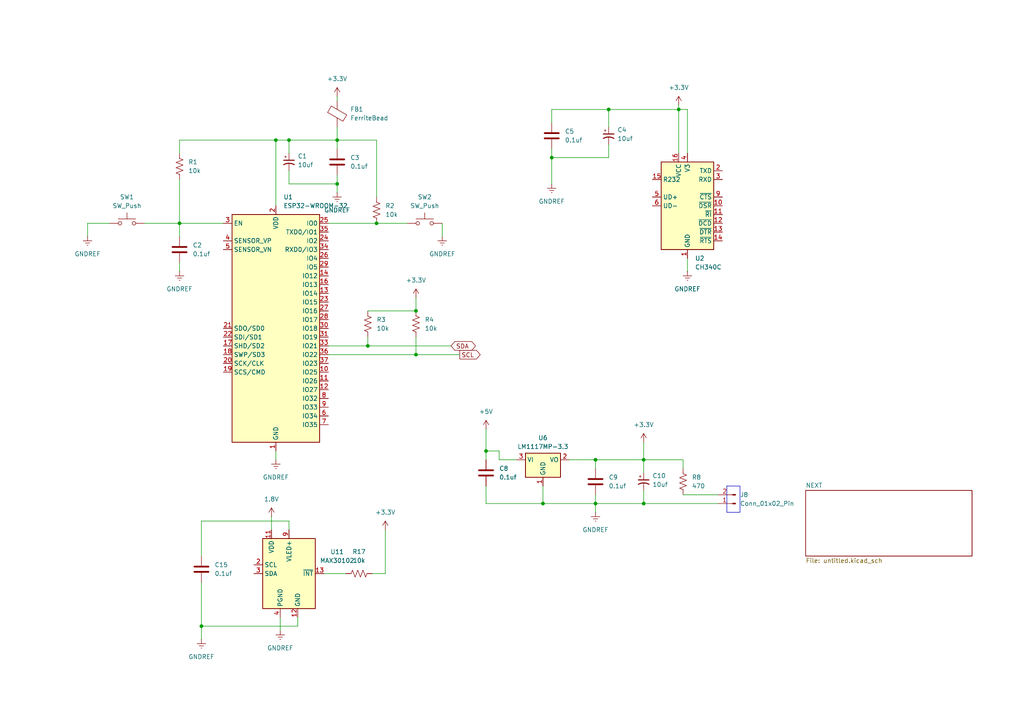
<source format=kicad_sch>
(kicad_sch
	(version 20231120)
	(generator "eeschema")
	(generator_version "8.0")
	(uuid "2378f7a4-c1a7-474c-afe3-b72da7c0d529")
	(paper "A4")
	(lib_symbols
		(symbol "Connector:Conn_01x02_Pin"
			(pin_names
				(offset 1.016) hide)
			(exclude_from_sim no)
			(in_bom yes)
			(on_board yes)
			(property "Reference" "J"
				(at 0 2.54 0)
				(effects
					(font
						(size 1.27 1.27)
					)
				)
			)
			(property "Value" "Conn_01x02_Pin"
				(at 0 -5.08 0)
				(effects
					(font
						(size 1.27 1.27)
					)
				)
			)
			(property "Footprint" ""
				(at 0 0 0)
				(effects
					(font
						(size 1.27 1.27)
					)
					(hide yes)
				)
			)
			(property "Datasheet" "~"
				(at 0 0 0)
				(effects
					(font
						(size 1.27 1.27)
					)
					(hide yes)
				)
			)
			(property "Description" "Generic connector, single row, 01x02, script generated"
				(at 0 0 0)
				(effects
					(font
						(size 1.27 1.27)
					)
					(hide yes)
				)
			)
			(property "ki_locked" ""
				(at 0 0 0)
				(effects
					(font
						(size 1.27 1.27)
					)
				)
			)
			(property "ki_keywords" "connector"
				(at 0 0 0)
				(effects
					(font
						(size 1.27 1.27)
					)
					(hide yes)
				)
			)
			(property "ki_fp_filters" "Connector*:*_1x??_*"
				(at 0 0 0)
				(effects
					(font
						(size 1.27 1.27)
					)
					(hide yes)
				)
			)
			(symbol "Conn_01x02_Pin_1_1"
				(polyline
					(pts
						(xy 1.27 -2.54) (xy 0.8636 -2.54)
					)
					(stroke
						(width 0.1524)
						(type default)
					)
					(fill
						(type none)
					)
				)
				(polyline
					(pts
						(xy 1.27 0) (xy 0.8636 0)
					)
					(stroke
						(width 0.1524)
						(type default)
					)
					(fill
						(type none)
					)
				)
				(rectangle
					(start 0.8636 -2.413)
					(end 0 -2.667)
					(stroke
						(width 0.1524)
						(type default)
					)
					(fill
						(type outline)
					)
				)
				(rectangle
					(start 0.8636 0.127)
					(end 0 -0.127)
					(stroke
						(width 0.1524)
						(type default)
					)
					(fill
						(type outline)
					)
				)
				(pin passive line
					(at 5.08 0 180)
					(length 3.81)
					(name "Pin_1"
						(effects
							(font
								(size 1.27 1.27)
							)
						)
					)
					(number "1"
						(effects
							(font
								(size 1.27 1.27)
							)
						)
					)
				)
				(pin passive line
					(at 5.08 -2.54 180)
					(length 3.81)
					(name "Pin_2"
						(effects
							(font
								(size 1.27 1.27)
							)
						)
					)
					(number "2"
						(effects
							(font
								(size 1.27 1.27)
							)
						)
					)
				)
			)
		)
		(symbol "Device:C"
			(pin_numbers hide)
			(pin_names
				(offset 0.254)
			)
			(exclude_from_sim no)
			(in_bom yes)
			(on_board yes)
			(property "Reference" "C"
				(at 0.635 2.54 0)
				(effects
					(font
						(size 1.27 1.27)
					)
					(justify left)
				)
			)
			(property "Value" "C"
				(at 0.635 -2.54 0)
				(effects
					(font
						(size 1.27 1.27)
					)
					(justify left)
				)
			)
			(property "Footprint" ""
				(at 0.9652 -3.81 0)
				(effects
					(font
						(size 1.27 1.27)
					)
					(hide yes)
				)
			)
			(property "Datasheet" "~"
				(at 0 0 0)
				(effects
					(font
						(size 1.27 1.27)
					)
					(hide yes)
				)
			)
			(property "Description" "Unpolarized capacitor"
				(at 0 0 0)
				(effects
					(font
						(size 1.27 1.27)
					)
					(hide yes)
				)
			)
			(property "ki_keywords" "cap capacitor"
				(at 0 0 0)
				(effects
					(font
						(size 1.27 1.27)
					)
					(hide yes)
				)
			)
			(property "ki_fp_filters" "C_*"
				(at 0 0 0)
				(effects
					(font
						(size 1.27 1.27)
					)
					(hide yes)
				)
			)
			(symbol "C_0_1"
				(polyline
					(pts
						(xy -2.032 -0.762) (xy 2.032 -0.762)
					)
					(stroke
						(width 0.508)
						(type default)
					)
					(fill
						(type none)
					)
				)
				(polyline
					(pts
						(xy -2.032 0.762) (xy 2.032 0.762)
					)
					(stroke
						(width 0.508)
						(type default)
					)
					(fill
						(type none)
					)
				)
			)
			(symbol "C_1_1"
				(pin passive line
					(at 0 3.81 270)
					(length 2.794)
					(name "~"
						(effects
							(font
								(size 1.27 1.27)
							)
						)
					)
					(number "1"
						(effects
							(font
								(size 1.27 1.27)
							)
						)
					)
				)
				(pin passive line
					(at 0 -3.81 90)
					(length 2.794)
					(name "~"
						(effects
							(font
								(size 1.27 1.27)
							)
						)
					)
					(number "2"
						(effects
							(font
								(size 1.27 1.27)
							)
						)
					)
				)
			)
		)
		(symbol "Device:C_Polarized_Small_US"
			(pin_numbers hide)
			(pin_names
				(offset 0.254) hide)
			(exclude_from_sim no)
			(in_bom yes)
			(on_board yes)
			(property "Reference" "C"
				(at 0.254 1.778 0)
				(effects
					(font
						(size 1.27 1.27)
					)
					(justify left)
				)
			)
			(property "Value" "C_Polarized_Small_US"
				(at 0.254 -2.032 0)
				(effects
					(font
						(size 1.27 1.27)
					)
					(justify left)
				)
			)
			(property "Footprint" ""
				(at 0 0 0)
				(effects
					(font
						(size 1.27 1.27)
					)
					(hide yes)
				)
			)
			(property "Datasheet" "~"
				(at 0 0 0)
				(effects
					(font
						(size 1.27 1.27)
					)
					(hide yes)
				)
			)
			(property "Description" "Polarized capacitor, small US symbol"
				(at 0 0 0)
				(effects
					(font
						(size 1.27 1.27)
					)
					(hide yes)
				)
			)
			(property "ki_keywords" "cap capacitor"
				(at 0 0 0)
				(effects
					(font
						(size 1.27 1.27)
					)
					(hide yes)
				)
			)
			(property "ki_fp_filters" "CP_*"
				(at 0 0 0)
				(effects
					(font
						(size 1.27 1.27)
					)
					(hide yes)
				)
			)
			(symbol "C_Polarized_Small_US_0_1"
				(polyline
					(pts
						(xy -1.524 0.508) (xy 1.524 0.508)
					)
					(stroke
						(width 0.3048)
						(type default)
					)
					(fill
						(type none)
					)
				)
				(polyline
					(pts
						(xy -1.27 1.524) (xy -0.762 1.524)
					)
					(stroke
						(width 0)
						(type default)
					)
					(fill
						(type none)
					)
				)
				(polyline
					(pts
						(xy -1.016 1.27) (xy -1.016 1.778)
					)
					(stroke
						(width 0)
						(type default)
					)
					(fill
						(type none)
					)
				)
				(arc
					(start 1.524 -0.762)
					(mid 0 -0.3734)
					(end -1.524 -0.762)
					(stroke
						(width 0.3048)
						(type default)
					)
					(fill
						(type none)
					)
				)
			)
			(symbol "C_Polarized_Small_US_1_1"
				(pin passive line
					(at 0 2.54 270)
					(length 2.032)
					(name "~"
						(effects
							(font
								(size 1.27 1.27)
							)
						)
					)
					(number "1"
						(effects
							(font
								(size 1.27 1.27)
							)
						)
					)
				)
				(pin passive line
					(at 0 -2.54 90)
					(length 2.032)
					(name "~"
						(effects
							(font
								(size 1.27 1.27)
							)
						)
					)
					(number "2"
						(effects
							(font
								(size 1.27 1.27)
							)
						)
					)
				)
			)
		)
		(symbol "Device:FerriteBead"
			(pin_numbers hide)
			(pin_names
				(offset 0)
			)
			(exclude_from_sim no)
			(in_bom yes)
			(on_board yes)
			(property "Reference" "FB"
				(at -3.81 0.635 90)
				(effects
					(font
						(size 1.27 1.27)
					)
				)
			)
			(property "Value" "FerriteBead"
				(at 3.81 0 90)
				(effects
					(font
						(size 1.27 1.27)
					)
				)
			)
			(property "Footprint" ""
				(at -1.778 0 90)
				(effects
					(font
						(size 1.27 1.27)
					)
					(hide yes)
				)
			)
			(property "Datasheet" "~"
				(at 0 0 0)
				(effects
					(font
						(size 1.27 1.27)
					)
					(hide yes)
				)
			)
			(property "Description" "Ferrite bead"
				(at 0 0 0)
				(effects
					(font
						(size 1.27 1.27)
					)
					(hide yes)
				)
			)
			(property "ki_keywords" "L ferrite bead inductor filter"
				(at 0 0 0)
				(effects
					(font
						(size 1.27 1.27)
					)
					(hide yes)
				)
			)
			(property "ki_fp_filters" "Inductor_* L_* *Ferrite*"
				(at 0 0 0)
				(effects
					(font
						(size 1.27 1.27)
					)
					(hide yes)
				)
			)
			(symbol "FerriteBead_0_1"
				(polyline
					(pts
						(xy 0 -1.27) (xy 0 -1.2192)
					)
					(stroke
						(width 0)
						(type default)
					)
					(fill
						(type none)
					)
				)
				(polyline
					(pts
						(xy 0 1.27) (xy 0 1.2954)
					)
					(stroke
						(width 0)
						(type default)
					)
					(fill
						(type none)
					)
				)
				(polyline
					(pts
						(xy -2.7686 0.4064) (xy -1.7018 2.2606) (xy 2.7686 -0.3048) (xy 1.6764 -2.159) (xy -2.7686 0.4064)
					)
					(stroke
						(width 0)
						(type default)
					)
					(fill
						(type none)
					)
				)
			)
			(symbol "FerriteBead_1_1"
				(pin passive line
					(at 0 3.81 270)
					(length 2.54)
					(name "~"
						(effects
							(font
								(size 1.27 1.27)
							)
						)
					)
					(number "1"
						(effects
							(font
								(size 1.27 1.27)
							)
						)
					)
				)
				(pin passive line
					(at 0 -3.81 90)
					(length 2.54)
					(name "~"
						(effects
							(font
								(size 1.27 1.27)
							)
						)
					)
					(number "2"
						(effects
							(font
								(size 1.27 1.27)
							)
						)
					)
				)
			)
		)
		(symbol "Device:R_US"
			(pin_numbers hide)
			(pin_names
				(offset 0)
			)
			(exclude_from_sim no)
			(in_bom yes)
			(on_board yes)
			(property "Reference" "R"
				(at 2.54 0 90)
				(effects
					(font
						(size 1.27 1.27)
					)
				)
			)
			(property "Value" "R_US"
				(at -2.54 0 90)
				(effects
					(font
						(size 1.27 1.27)
					)
				)
			)
			(property "Footprint" ""
				(at 1.016 -0.254 90)
				(effects
					(font
						(size 1.27 1.27)
					)
					(hide yes)
				)
			)
			(property "Datasheet" "~"
				(at 0 0 0)
				(effects
					(font
						(size 1.27 1.27)
					)
					(hide yes)
				)
			)
			(property "Description" "Resistor, US symbol"
				(at 0 0 0)
				(effects
					(font
						(size 1.27 1.27)
					)
					(hide yes)
				)
			)
			(property "ki_keywords" "R res resistor"
				(at 0 0 0)
				(effects
					(font
						(size 1.27 1.27)
					)
					(hide yes)
				)
			)
			(property "ki_fp_filters" "R_*"
				(at 0 0 0)
				(effects
					(font
						(size 1.27 1.27)
					)
					(hide yes)
				)
			)
			(symbol "R_US_0_1"
				(polyline
					(pts
						(xy 0 -2.286) (xy 0 -2.54)
					)
					(stroke
						(width 0)
						(type default)
					)
					(fill
						(type none)
					)
				)
				(polyline
					(pts
						(xy 0 2.286) (xy 0 2.54)
					)
					(stroke
						(width 0)
						(type default)
					)
					(fill
						(type none)
					)
				)
				(polyline
					(pts
						(xy 0 -0.762) (xy 1.016 -1.143) (xy 0 -1.524) (xy -1.016 -1.905) (xy 0 -2.286)
					)
					(stroke
						(width 0)
						(type default)
					)
					(fill
						(type none)
					)
				)
				(polyline
					(pts
						(xy 0 0.762) (xy 1.016 0.381) (xy 0 0) (xy -1.016 -0.381) (xy 0 -0.762)
					)
					(stroke
						(width 0)
						(type default)
					)
					(fill
						(type none)
					)
				)
				(polyline
					(pts
						(xy 0 2.286) (xy 1.016 1.905) (xy 0 1.524) (xy -1.016 1.143) (xy 0 0.762)
					)
					(stroke
						(width 0)
						(type default)
					)
					(fill
						(type none)
					)
				)
			)
			(symbol "R_US_1_1"
				(pin passive line
					(at 0 3.81 270)
					(length 1.27)
					(name "~"
						(effects
							(font
								(size 1.27 1.27)
							)
						)
					)
					(number "1"
						(effects
							(font
								(size 1.27 1.27)
							)
						)
					)
				)
				(pin passive line
					(at 0 -3.81 90)
					(length 1.27)
					(name "~"
						(effects
							(font
								(size 1.27 1.27)
							)
						)
					)
					(number "2"
						(effects
							(font
								(size 1.27 1.27)
							)
						)
					)
				)
			)
		)
		(symbol "Interface_USB:CH340C"
			(exclude_from_sim no)
			(in_bom yes)
			(on_board yes)
			(property "Reference" "U"
				(at -5.08 13.97 0)
				(effects
					(font
						(size 1.27 1.27)
					)
					(justify right)
				)
			)
			(property "Value" "CH340C"
				(at 1.27 13.97 0)
				(effects
					(font
						(size 1.27 1.27)
					)
					(justify left)
				)
			)
			(property "Footprint" "Package_SO:SOIC-16_3.9x9.9mm_P1.27mm"
				(at -18.542 30.226 0)
				(effects
					(font
						(size 1.27 1.27)
					)
					(justify left)
					(hide yes)
				)
			)
			(property "Datasheet" "https://datasheet.lcsc.com/szlcsc/Jiangsu-Qin-Heng-CH340C_C84681.pdf"
				(at -6.604 33.274 0)
				(effects
					(font
						(size 1.27 1.27)
					)
					(hide yes)
				)
			)
			(property "Description" "USB serial converter, crystal-less, UART, SOIC-16"
				(at -1.524 36.068 0)
				(effects
					(font
						(size 1.27 1.27)
					)
					(hide yes)
				)
			)
			(property "ki_keywords" "USB UART Serial Converter Interface"
				(at 0 0 0)
				(effects
					(font
						(size 1.27 1.27)
					)
					(hide yes)
				)
			)
			(property "ki_fp_filters" "SOIC*3.9x9.9mm*P1.27mm*"
				(at 0 0 0)
				(effects
					(font
						(size 1.27 1.27)
					)
					(hide yes)
				)
			)
			(symbol "CH340C_0_1"
				(rectangle
					(start -7.62 12.7)
					(end 7.62 -12.7)
					(stroke
						(width 0.254)
						(type default)
					)
					(fill
						(type background)
					)
				)
			)
			(symbol "CH340C_1_1"
				(pin power_in line
					(at 0 -15.24 90)
					(length 2.54)
					(name "GND"
						(effects
							(font
								(size 1.27 1.27)
							)
						)
					)
					(number "1"
						(effects
							(font
								(size 1.27 1.27)
							)
						)
					)
				)
				(pin input line
					(at 10.16 0 180)
					(length 2.54)
					(name "~{DSR}"
						(effects
							(font
								(size 1.27 1.27)
							)
						)
					)
					(number "10"
						(effects
							(font
								(size 1.27 1.27)
							)
						)
					)
				)
				(pin input line
					(at 10.16 -2.54 180)
					(length 2.54)
					(name "~{RI}"
						(effects
							(font
								(size 1.27 1.27)
							)
						)
					)
					(number "11"
						(effects
							(font
								(size 1.27 1.27)
							)
						)
					)
				)
				(pin input line
					(at 10.16 -5.08 180)
					(length 2.54)
					(name "~{DCD}"
						(effects
							(font
								(size 1.27 1.27)
							)
						)
					)
					(number "12"
						(effects
							(font
								(size 1.27 1.27)
							)
						)
					)
				)
				(pin output line
					(at 10.16 -7.62 180)
					(length 2.54)
					(name "~{DTR}"
						(effects
							(font
								(size 1.27 1.27)
							)
						)
					)
					(number "13"
						(effects
							(font
								(size 1.27 1.27)
							)
						)
					)
				)
				(pin output line
					(at 10.16 -10.16 180)
					(length 2.54)
					(name "~{RTS}"
						(effects
							(font
								(size 1.27 1.27)
							)
						)
					)
					(number "14"
						(effects
							(font
								(size 1.27 1.27)
							)
						)
					)
				)
				(pin input line
					(at -10.16 7.62 0)
					(length 2.54)
					(name "R232"
						(effects
							(font
								(size 1.27 1.27)
							)
						)
					)
					(number "15"
						(effects
							(font
								(size 1.27 1.27)
							)
						)
					)
				)
				(pin power_in line
					(at -2.54 15.24 270)
					(length 2.54)
					(name "VCC"
						(effects
							(font
								(size 1.27 1.27)
							)
						)
					)
					(number "16"
						(effects
							(font
								(size 1.27 1.27)
							)
						)
					)
				)
				(pin output line
					(at 10.16 10.16 180)
					(length 2.54)
					(name "TXD"
						(effects
							(font
								(size 1.27 1.27)
							)
						)
					)
					(number "2"
						(effects
							(font
								(size 1.27 1.27)
							)
						)
					)
				)
				(pin input line
					(at 10.16 7.62 180)
					(length 2.54)
					(name "RXD"
						(effects
							(font
								(size 1.27 1.27)
							)
						)
					)
					(number "3"
						(effects
							(font
								(size 1.27 1.27)
							)
						)
					)
				)
				(pin power_out line
					(at 0 15.24 270)
					(length 2.54)
					(name "V3"
						(effects
							(font
								(size 1.27 1.27)
							)
						)
					)
					(number "4"
						(effects
							(font
								(size 1.27 1.27)
							)
						)
					)
				)
				(pin bidirectional line
					(at -10.16 2.54 0)
					(length 2.54)
					(name "UD+"
						(effects
							(font
								(size 1.27 1.27)
							)
						)
					)
					(number "5"
						(effects
							(font
								(size 1.27 1.27)
							)
						)
					)
				)
				(pin bidirectional line
					(at -10.16 0 0)
					(length 2.54)
					(name "UD-"
						(effects
							(font
								(size 1.27 1.27)
							)
						)
					)
					(number "6"
						(effects
							(font
								(size 1.27 1.27)
							)
						)
					)
				)
				(pin no_connect line
					(at -7.62 -5.08 0)
					(length 2.54) hide
					(name "NC"
						(effects
							(font
								(size 1.27 1.27)
							)
						)
					)
					(number "7"
						(effects
							(font
								(size 1.27 1.27)
							)
						)
					)
				)
				(pin no_connect line
					(at -7.62 -7.62 0)
					(length 2.54) hide
					(name "NC"
						(effects
							(font
								(size 1.27 1.27)
							)
						)
					)
					(number "8"
						(effects
							(font
								(size 1.27 1.27)
							)
						)
					)
				)
				(pin input line
					(at 10.16 2.54 180)
					(length 2.54)
					(name "~{CTS}"
						(effects
							(font
								(size 1.27 1.27)
							)
						)
					)
					(number "9"
						(effects
							(font
								(size 1.27 1.27)
							)
						)
					)
				)
			)
		)
		(symbol "RF_Module:ESP32-WROOM-32"
			(exclude_from_sim no)
			(in_bom yes)
			(on_board yes)
			(property "Reference" "U"
				(at -12.7 34.29 0)
				(effects
					(font
						(size 1.27 1.27)
					)
					(justify left)
				)
			)
			(property "Value" "ESP32-WROOM-32"
				(at 1.27 34.29 0)
				(effects
					(font
						(size 1.27 1.27)
					)
					(justify left)
				)
			)
			(property "Footprint" "RF_Module:ESP32-WROOM-32"
				(at 0 -38.1 0)
				(effects
					(font
						(size 1.27 1.27)
					)
					(hide yes)
				)
			)
			(property "Datasheet" "https://www.espressif.com/sites/default/files/documentation/esp32-wroom-32_datasheet_en.pdf"
				(at -7.62 1.27 0)
				(effects
					(font
						(size 1.27 1.27)
					)
					(hide yes)
				)
			)
			(property "Description" "RF Module, ESP32-D0WDQ6 SoC, Wi-Fi 802.11b/g/n, Bluetooth, BLE, 32-bit, 2.7-3.6V, onboard antenna, SMD"
				(at 0 0 0)
				(effects
					(font
						(size 1.27 1.27)
					)
					(hide yes)
				)
			)
			(property "ki_keywords" "RF Radio BT ESP ESP32 Espressif onboard PCB antenna"
				(at 0 0 0)
				(effects
					(font
						(size 1.27 1.27)
					)
					(hide yes)
				)
			)
			(property "ki_fp_filters" "ESP32?WROOM?32*"
				(at 0 0 0)
				(effects
					(font
						(size 1.27 1.27)
					)
					(hide yes)
				)
			)
			(symbol "ESP32-WROOM-32_0_1"
				(rectangle
					(start -12.7 33.02)
					(end 12.7 -33.02)
					(stroke
						(width 0.254)
						(type default)
					)
					(fill
						(type background)
					)
				)
			)
			(symbol "ESP32-WROOM-32_1_1"
				(pin power_in line
					(at 0 -35.56 90)
					(length 2.54)
					(name "GND"
						(effects
							(font
								(size 1.27 1.27)
							)
						)
					)
					(number "1"
						(effects
							(font
								(size 1.27 1.27)
							)
						)
					)
				)
				(pin bidirectional line
					(at 15.24 -12.7 180)
					(length 2.54)
					(name "IO25"
						(effects
							(font
								(size 1.27 1.27)
							)
						)
					)
					(number "10"
						(effects
							(font
								(size 1.27 1.27)
							)
						)
					)
				)
				(pin bidirectional line
					(at 15.24 -15.24 180)
					(length 2.54)
					(name "IO26"
						(effects
							(font
								(size 1.27 1.27)
							)
						)
					)
					(number "11"
						(effects
							(font
								(size 1.27 1.27)
							)
						)
					)
				)
				(pin bidirectional line
					(at 15.24 -17.78 180)
					(length 2.54)
					(name "IO27"
						(effects
							(font
								(size 1.27 1.27)
							)
						)
					)
					(number "12"
						(effects
							(font
								(size 1.27 1.27)
							)
						)
					)
				)
				(pin bidirectional line
					(at 15.24 10.16 180)
					(length 2.54)
					(name "IO14"
						(effects
							(font
								(size 1.27 1.27)
							)
						)
					)
					(number "13"
						(effects
							(font
								(size 1.27 1.27)
							)
						)
					)
				)
				(pin bidirectional line
					(at 15.24 15.24 180)
					(length 2.54)
					(name "IO12"
						(effects
							(font
								(size 1.27 1.27)
							)
						)
					)
					(number "14"
						(effects
							(font
								(size 1.27 1.27)
							)
						)
					)
				)
				(pin passive line
					(at 0 -35.56 90)
					(length 2.54) hide
					(name "GND"
						(effects
							(font
								(size 1.27 1.27)
							)
						)
					)
					(number "15"
						(effects
							(font
								(size 1.27 1.27)
							)
						)
					)
				)
				(pin bidirectional line
					(at 15.24 12.7 180)
					(length 2.54)
					(name "IO13"
						(effects
							(font
								(size 1.27 1.27)
							)
						)
					)
					(number "16"
						(effects
							(font
								(size 1.27 1.27)
							)
						)
					)
				)
				(pin bidirectional line
					(at -15.24 -5.08 0)
					(length 2.54)
					(name "SHD/SD2"
						(effects
							(font
								(size 1.27 1.27)
							)
						)
					)
					(number "17"
						(effects
							(font
								(size 1.27 1.27)
							)
						)
					)
				)
				(pin bidirectional line
					(at -15.24 -7.62 0)
					(length 2.54)
					(name "SWP/SD3"
						(effects
							(font
								(size 1.27 1.27)
							)
						)
					)
					(number "18"
						(effects
							(font
								(size 1.27 1.27)
							)
						)
					)
				)
				(pin bidirectional line
					(at -15.24 -12.7 0)
					(length 2.54)
					(name "SCS/CMD"
						(effects
							(font
								(size 1.27 1.27)
							)
						)
					)
					(number "19"
						(effects
							(font
								(size 1.27 1.27)
							)
						)
					)
				)
				(pin power_in line
					(at 0 35.56 270)
					(length 2.54)
					(name "VDD"
						(effects
							(font
								(size 1.27 1.27)
							)
						)
					)
					(number "2"
						(effects
							(font
								(size 1.27 1.27)
							)
						)
					)
				)
				(pin bidirectional line
					(at -15.24 -10.16 0)
					(length 2.54)
					(name "SCK/CLK"
						(effects
							(font
								(size 1.27 1.27)
							)
						)
					)
					(number "20"
						(effects
							(font
								(size 1.27 1.27)
							)
						)
					)
				)
				(pin bidirectional line
					(at -15.24 0 0)
					(length 2.54)
					(name "SDO/SD0"
						(effects
							(font
								(size 1.27 1.27)
							)
						)
					)
					(number "21"
						(effects
							(font
								(size 1.27 1.27)
							)
						)
					)
				)
				(pin bidirectional line
					(at -15.24 -2.54 0)
					(length 2.54)
					(name "SDI/SD1"
						(effects
							(font
								(size 1.27 1.27)
							)
						)
					)
					(number "22"
						(effects
							(font
								(size 1.27 1.27)
							)
						)
					)
				)
				(pin bidirectional line
					(at 15.24 7.62 180)
					(length 2.54)
					(name "IO15"
						(effects
							(font
								(size 1.27 1.27)
							)
						)
					)
					(number "23"
						(effects
							(font
								(size 1.27 1.27)
							)
						)
					)
				)
				(pin bidirectional line
					(at 15.24 25.4 180)
					(length 2.54)
					(name "IO2"
						(effects
							(font
								(size 1.27 1.27)
							)
						)
					)
					(number "24"
						(effects
							(font
								(size 1.27 1.27)
							)
						)
					)
				)
				(pin bidirectional line
					(at 15.24 30.48 180)
					(length 2.54)
					(name "IO0"
						(effects
							(font
								(size 1.27 1.27)
							)
						)
					)
					(number "25"
						(effects
							(font
								(size 1.27 1.27)
							)
						)
					)
				)
				(pin bidirectional line
					(at 15.24 20.32 180)
					(length 2.54)
					(name "IO4"
						(effects
							(font
								(size 1.27 1.27)
							)
						)
					)
					(number "26"
						(effects
							(font
								(size 1.27 1.27)
							)
						)
					)
				)
				(pin bidirectional line
					(at 15.24 5.08 180)
					(length 2.54)
					(name "IO16"
						(effects
							(font
								(size 1.27 1.27)
							)
						)
					)
					(number "27"
						(effects
							(font
								(size 1.27 1.27)
							)
						)
					)
				)
				(pin bidirectional line
					(at 15.24 2.54 180)
					(length 2.54)
					(name "IO17"
						(effects
							(font
								(size 1.27 1.27)
							)
						)
					)
					(number "28"
						(effects
							(font
								(size 1.27 1.27)
							)
						)
					)
				)
				(pin bidirectional line
					(at 15.24 17.78 180)
					(length 2.54)
					(name "IO5"
						(effects
							(font
								(size 1.27 1.27)
							)
						)
					)
					(number "29"
						(effects
							(font
								(size 1.27 1.27)
							)
						)
					)
				)
				(pin input line
					(at -15.24 30.48 0)
					(length 2.54)
					(name "EN"
						(effects
							(font
								(size 1.27 1.27)
							)
						)
					)
					(number "3"
						(effects
							(font
								(size 1.27 1.27)
							)
						)
					)
				)
				(pin bidirectional line
					(at 15.24 0 180)
					(length 2.54)
					(name "IO18"
						(effects
							(font
								(size 1.27 1.27)
							)
						)
					)
					(number "30"
						(effects
							(font
								(size 1.27 1.27)
							)
						)
					)
				)
				(pin bidirectional line
					(at 15.24 -2.54 180)
					(length 2.54)
					(name "IO19"
						(effects
							(font
								(size 1.27 1.27)
							)
						)
					)
					(number "31"
						(effects
							(font
								(size 1.27 1.27)
							)
						)
					)
				)
				(pin no_connect line
					(at -12.7 -27.94 0)
					(length 2.54) hide
					(name "NC"
						(effects
							(font
								(size 1.27 1.27)
							)
						)
					)
					(number "32"
						(effects
							(font
								(size 1.27 1.27)
							)
						)
					)
				)
				(pin bidirectional line
					(at 15.24 -5.08 180)
					(length 2.54)
					(name "IO21"
						(effects
							(font
								(size 1.27 1.27)
							)
						)
					)
					(number "33"
						(effects
							(font
								(size 1.27 1.27)
							)
						)
					)
				)
				(pin bidirectional line
					(at 15.24 22.86 180)
					(length 2.54)
					(name "RXD0/IO3"
						(effects
							(font
								(size 1.27 1.27)
							)
						)
					)
					(number "34"
						(effects
							(font
								(size 1.27 1.27)
							)
						)
					)
				)
				(pin bidirectional line
					(at 15.24 27.94 180)
					(length 2.54)
					(name "TXD0/IO1"
						(effects
							(font
								(size 1.27 1.27)
							)
						)
					)
					(number "35"
						(effects
							(font
								(size 1.27 1.27)
							)
						)
					)
				)
				(pin bidirectional line
					(at 15.24 -7.62 180)
					(length 2.54)
					(name "IO22"
						(effects
							(font
								(size 1.27 1.27)
							)
						)
					)
					(number "36"
						(effects
							(font
								(size 1.27 1.27)
							)
						)
					)
				)
				(pin bidirectional line
					(at 15.24 -10.16 180)
					(length 2.54)
					(name "IO23"
						(effects
							(font
								(size 1.27 1.27)
							)
						)
					)
					(number "37"
						(effects
							(font
								(size 1.27 1.27)
							)
						)
					)
				)
				(pin passive line
					(at 0 -35.56 90)
					(length 2.54) hide
					(name "GND"
						(effects
							(font
								(size 1.27 1.27)
							)
						)
					)
					(number "38"
						(effects
							(font
								(size 1.27 1.27)
							)
						)
					)
				)
				(pin passive line
					(at 0 -35.56 90)
					(length 2.54) hide
					(name "GND"
						(effects
							(font
								(size 1.27 1.27)
							)
						)
					)
					(number "39"
						(effects
							(font
								(size 1.27 1.27)
							)
						)
					)
				)
				(pin input line
					(at -15.24 25.4 0)
					(length 2.54)
					(name "SENSOR_VP"
						(effects
							(font
								(size 1.27 1.27)
							)
						)
					)
					(number "4"
						(effects
							(font
								(size 1.27 1.27)
							)
						)
					)
				)
				(pin input line
					(at -15.24 22.86 0)
					(length 2.54)
					(name "SENSOR_VN"
						(effects
							(font
								(size 1.27 1.27)
							)
						)
					)
					(number "5"
						(effects
							(font
								(size 1.27 1.27)
							)
						)
					)
				)
				(pin input line
					(at 15.24 -25.4 180)
					(length 2.54)
					(name "IO34"
						(effects
							(font
								(size 1.27 1.27)
							)
						)
					)
					(number "6"
						(effects
							(font
								(size 1.27 1.27)
							)
						)
					)
				)
				(pin input line
					(at 15.24 -27.94 180)
					(length 2.54)
					(name "IO35"
						(effects
							(font
								(size 1.27 1.27)
							)
						)
					)
					(number "7"
						(effects
							(font
								(size 1.27 1.27)
							)
						)
					)
				)
				(pin bidirectional line
					(at 15.24 -20.32 180)
					(length 2.54)
					(name "IO32"
						(effects
							(font
								(size 1.27 1.27)
							)
						)
					)
					(number "8"
						(effects
							(font
								(size 1.27 1.27)
							)
						)
					)
				)
				(pin bidirectional line
					(at 15.24 -22.86 180)
					(length 2.54)
					(name "IO33"
						(effects
							(font
								(size 1.27 1.27)
							)
						)
					)
					(number "9"
						(effects
							(font
								(size 1.27 1.27)
							)
						)
					)
				)
			)
		)
		(symbol "Regulator_Linear:LM1117MP-3.3"
			(exclude_from_sim no)
			(in_bom yes)
			(on_board yes)
			(property "Reference" "U"
				(at -3.81 3.175 0)
				(effects
					(font
						(size 1.27 1.27)
					)
				)
			)
			(property "Value" "LM1117MP-3.3"
				(at 0 3.175 0)
				(effects
					(font
						(size 1.27 1.27)
					)
					(justify left)
				)
			)
			(property "Footprint" "Package_TO_SOT_SMD:SOT-223-3_TabPin2"
				(at 0 0 0)
				(effects
					(font
						(size 1.27 1.27)
					)
					(hide yes)
				)
			)
			(property "Datasheet" "http://www.ti.com/lit/ds/symlink/lm1117.pdf"
				(at 0 0 0)
				(effects
					(font
						(size 1.27 1.27)
					)
					(hide yes)
				)
			)
			(property "Description" "800mA Low-Dropout Linear Regulator, 3.3V fixed output, SOT-223"
				(at 0 0 0)
				(effects
					(font
						(size 1.27 1.27)
					)
					(hide yes)
				)
			)
			(property "ki_keywords" "linear regulator ldo fixed positive"
				(at 0 0 0)
				(effects
					(font
						(size 1.27 1.27)
					)
					(hide yes)
				)
			)
			(property "ki_fp_filters" "SOT?223*"
				(at 0 0 0)
				(effects
					(font
						(size 1.27 1.27)
					)
					(hide yes)
				)
			)
			(symbol "LM1117MP-3.3_0_1"
				(rectangle
					(start -5.08 -5.08)
					(end 5.08 1.905)
					(stroke
						(width 0.254)
						(type default)
					)
					(fill
						(type background)
					)
				)
			)
			(symbol "LM1117MP-3.3_1_1"
				(pin power_in line
					(at 0 -7.62 90)
					(length 2.54)
					(name "GND"
						(effects
							(font
								(size 1.27 1.27)
							)
						)
					)
					(number "1"
						(effects
							(font
								(size 1.27 1.27)
							)
						)
					)
				)
				(pin power_out line
					(at 7.62 0 180)
					(length 2.54)
					(name "VO"
						(effects
							(font
								(size 1.27 1.27)
							)
						)
					)
					(number "2"
						(effects
							(font
								(size 1.27 1.27)
							)
						)
					)
				)
				(pin power_in line
					(at -7.62 0 0)
					(length 2.54)
					(name "VI"
						(effects
							(font
								(size 1.27 1.27)
							)
						)
					)
					(number "3"
						(effects
							(font
								(size 1.27 1.27)
							)
						)
					)
				)
			)
		)
		(symbol "Sensor:MAX30102"
			(exclude_from_sim no)
			(in_bom yes)
			(on_board yes)
			(property "Reference" "U"
				(at 7.62 15.24 0)
				(effects
					(font
						(size 1.27 1.27)
					)
				)
			)
			(property "Value" "MAX30102"
				(at 7.62 12.7 0)
				(effects
					(font
						(size 1.27 1.27)
					)
				)
			)
			(property "Footprint" "OptoDevice:Maxim_OLGA-14_3.3x5.6mm_P0.8mm"
				(at 0 -2.54 0)
				(effects
					(font
						(size 1.27 1.27)
					)
					(hide yes)
				)
			)
			(property "Datasheet" "https://datasheets.maximintegrated.com/en/ds/MAX30102.pdf"
				(at 0 0 0)
				(effects
					(font
						(size 1.27 1.27)
					)
					(hide yes)
				)
			)
			(property "Description" "Heart Rate Sensor, 14-OLGA"
				(at 0 0 0)
				(effects
					(font
						(size 1.27 1.27)
					)
					(hide yes)
				)
			)
			(property "ki_keywords" "Heart Rate"
				(at 0 0 0)
				(effects
					(font
						(size 1.27 1.27)
					)
					(hide yes)
				)
			)
			(property "ki_fp_filters" "Maxim*OLGA*3.3x5.6mm*P0.8mm*"
				(at 0 0 0)
				(effects
					(font
						(size 1.27 1.27)
					)
					(hide yes)
				)
			)
			(symbol "MAX30102_0_1"
				(rectangle
					(start -7.62 10.16)
					(end 7.62 -10.16)
					(stroke
						(width 0.254)
						(type default)
					)
					(fill
						(type background)
					)
				)
			)
			(symbol "MAX30102_1_1"
				(pin no_connect line
					(at -7.62 5.08 0)
					(length 2.54) hide
					(name "NC"
						(effects
							(font
								(size 1.27 1.27)
							)
						)
					)
					(number "1"
						(effects
							(font
								(size 1.27 1.27)
							)
						)
					)
				)
				(pin passive line
					(at 0 12.7 270)
					(length 2.54) hide
					(name "VLED+"
						(effects
							(font
								(size 1.27 1.27)
							)
						)
					)
					(number "10"
						(effects
							(font
								(size 1.27 1.27)
							)
						)
					)
				)
				(pin power_in line
					(at -5.08 12.7 270)
					(length 2.54)
					(name "VDD"
						(effects
							(font
								(size 1.27 1.27)
							)
						)
					)
					(number "11"
						(effects
							(font
								(size 1.27 1.27)
							)
						)
					)
				)
				(pin power_in line
					(at 2.54 -12.7 90)
					(length 2.54)
					(name "GND"
						(effects
							(font
								(size 1.27 1.27)
							)
						)
					)
					(number "12"
						(effects
							(font
								(size 1.27 1.27)
							)
						)
					)
				)
				(pin output line
					(at 10.16 0 180)
					(length 2.54)
					(name "~{INT}"
						(effects
							(font
								(size 1.27 1.27)
							)
						)
					)
					(number "13"
						(effects
							(font
								(size 1.27 1.27)
							)
						)
					)
				)
				(pin no_connect line
					(at 7.62 2.54 180)
					(length 2.54) hide
					(name "NC"
						(effects
							(font
								(size 1.27 1.27)
							)
						)
					)
					(number "14"
						(effects
							(font
								(size 1.27 1.27)
							)
						)
					)
				)
				(pin input line
					(at -10.16 2.54 0)
					(length 2.54)
					(name "SCL"
						(effects
							(font
								(size 1.27 1.27)
							)
						)
					)
					(number "2"
						(effects
							(font
								(size 1.27 1.27)
							)
						)
					)
				)
				(pin bidirectional line
					(at -10.16 0 0)
					(length 2.54)
					(name "SDA"
						(effects
							(font
								(size 1.27 1.27)
							)
						)
					)
					(number "3"
						(effects
							(font
								(size 1.27 1.27)
							)
						)
					)
				)
				(pin power_in line
					(at -2.54 -12.7 90)
					(length 2.54)
					(name "PGND"
						(effects
							(font
								(size 1.27 1.27)
							)
						)
					)
					(number "4"
						(effects
							(font
								(size 1.27 1.27)
							)
						)
					)
				)
				(pin no_connect line
					(at 7.62 -7.62 180)
					(length 2.54) hide
					(name "NC"
						(effects
							(font
								(size 1.27 1.27)
							)
						)
					)
					(number "5"
						(effects
							(font
								(size 1.27 1.27)
							)
						)
					)
				)
				(pin no_connect line
					(at 7.62 -5.08 180)
					(length 2.54) hide
					(name "NC"
						(effects
							(font
								(size 1.27 1.27)
							)
						)
					)
					(number "6"
						(effects
							(font
								(size 1.27 1.27)
							)
						)
					)
				)
				(pin no_connect line
					(at -7.62 -2.54 0)
					(length 2.54) hide
					(name "NC"
						(effects
							(font
								(size 1.27 1.27)
							)
						)
					)
					(number "7"
						(effects
							(font
								(size 1.27 1.27)
							)
						)
					)
				)
				(pin no_connect line
					(at 7.62 5.08 180)
					(length 2.54) hide
					(name "NC"
						(effects
							(font
								(size 1.27 1.27)
							)
						)
					)
					(number "8"
						(effects
							(font
								(size 1.27 1.27)
							)
						)
					)
				)
				(pin power_in line
					(at 0 12.7 270)
					(length 2.54)
					(name "VLED+"
						(effects
							(font
								(size 1.27 1.27)
							)
						)
					)
					(number "9"
						(effects
							(font
								(size 1.27 1.27)
							)
						)
					)
				)
			)
		)
		(symbol "Switch:SW_Push"
			(pin_numbers hide)
			(pin_names
				(offset 1.016) hide)
			(exclude_from_sim no)
			(in_bom yes)
			(on_board yes)
			(property "Reference" "SW"
				(at 1.27 2.54 0)
				(effects
					(font
						(size 1.27 1.27)
					)
					(justify left)
				)
			)
			(property "Value" "SW_Push"
				(at 0 -1.524 0)
				(effects
					(font
						(size 1.27 1.27)
					)
				)
			)
			(property "Footprint" ""
				(at 0 5.08 0)
				(effects
					(font
						(size 1.27 1.27)
					)
					(hide yes)
				)
			)
			(property "Datasheet" "~"
				(at 0 5.08 0)
				(effects
					(font
						(size 1.27 1.27)
					)
					(hide yes)
				)
			)
			(property "Description" "Push button switch, generic, two pins"
				(at 0 0 0)
				(effects
					(font
						(size 1.27 1.27)
					)
					(hide yes)
				)
			)
			(property "ki_keywords" "switch normally-open pushbutton push-button"
				(at 0 0 0)
				(effects
					(font
						(size 1.27 1.27)
					)
					(hide yes)
				)
			)
			(symbol "SW_Push_0_1"
				(circle
					(center -2.032 0)
					(radius 0.508)
					(stroke
						(width 0)
						(type default)
					)
					(fill
						(type none)
					)
				)
				(polyline
					(pts
						(xy 0 1.27) (xy 0 3.048)
					)
					(stroke
						(width 0)
						(type default)
					)
					(fill
						(type none)
					)
				)
				(polyline
					(pts
						(xy 2.54 1.27) (xy -2.54 1.27)
					)
					(stroke
						(width 0)
						(type default)
					)
					(fill
						(type none)
					)
				)
				(circle
					(center 2.032 0)
					(radius 0.508)
					(stroke
						(width 0)
						(type default)
					)
					(fill
						(type none)
					)
				)
				(pin passive line
					(at -5.08 0 0)
					(length 2.54)
					(name "1"
						(effects
							(font
								(size 1.27 1.27)
							)
						)
					)
					(number "1"
						(effects
							(font
								(size 1.27 1.27)
							)
						)
					)
				)
				(pin passive line
					(at 5.08 0 180)
					(length 2.54)
					(name "2"
						(effects
							(font
								(size 1.27 1.27)
							)
						)
					)
					(number "2"
						(effects
							(font
								(size 1.27 1.27)
							)
						)
					)
				)
			)
		)
		(symbol "power:+3.3V"
			(power)
			(pin_numbers hide)
			(pin_names
				(offset 0) hide)
			(exclude_from_sim no)
			(in_bom yes)
			(on_board yes)
			(property "Reference" "#PWR"
				(at 0 -3.81 0)
				(effects
					(font
						(size 1.27 1.27)
					)
					(hide yes)
				)
			)
			(property "Value" "+3.3V"
				(at 0 3.556 0)
				(effects
					(font
						(size 1.27 1.27)
					)
				)
			)
			(property "Footprint" ""
				(at 0 0 0)
				(effects
					(font
						(size 1.27 1.27)
					)
					(hide yes)
				)
			)
			(property "Datasheet" ""
				(at 0 0 0)
				(effects
					(font
						(size 1.27 1.27)
					)
					(hide yes)
				)
			)
			(property "Description" "Power symbol creates a global label with name \"+3.3V\""
				(at 0 0 0)
				(effects
					(font
						(size 1.27 1.27)
					)
					(hide yes)
				)
			)
			(property "ki_keywords" "global power"
				(at 0 0 0)
				(effects
					(font
						(size 1.27 1.27)
					)
					(hide yes)
				)
			)
			(symbol "+3.3V_0_1"
				(polyline
					(pts
						(xy -0.762 1.27) (xy 0 2.54)
					)
					(stroke
						(width 0)
						(type default)
					)
					(fill
						(type none)
					)
				)
				(polyline
					(pts
						(xy 0 0) (xy 0 2.54)
					)
					(stroke
						(width 0)
						(type default)
					)
					(fill
						(type none)
					)
				)
				(polyline
					(pts
						(xy 0 2.54) (xy 0.762 1.27)
					)
					(stroke
						(width 0)
						(type default)
					)
					(fill
						(type none)
					)
				)
			)
			(symbol "+3.3V_1_1"
				(pin power_in line
					(at 0 0 90)
					(length 0)
					(name "~"
						(effects
							(font
								(size 1.27 1.27)
							)
						)
					)
					(number "1"
						(effects
							(font
								(size 1.27 1.27)
							)
						)
					)
				)
			)
		)
		(symbol "power:GNDREF"
			(power)
			(pin_numbers hide)
			(pin_names
				(offset 0) hide)
			(exclude_from_sim no)
			(in_bom yes)
			(on_board yes)
			(property "Reference" "#PWR"
				(at 0 -6.35 0)
				(effects
					(font
						(size 1.27 1.27)
					)
					(hide yes)
				)
			)
			(property "Value" "GNDREF"
				(at 0 -3.81 0)
				(effects
					(font
						(size 1.27 1.27)
					)
				)
			)
			(property "Footprint" ""
				(at 0 0 0)
				(effects
					(font
						(size 1.27 1.27)
					)
					(hide yes)
				)
			)
			(property "Datasheet" ""
				(at 0 0 0)
				(effects
					(font
						(size 1.27 1.27)
					)
					(hide yes)
				)
			)
			(property "Description" "Power symbol creates a global label with name \"GNDREF\" , reference supply ground"
				(at 0 0 0)
				(effects
					(font
						(size 1.27 1.27)
					)
					(hide yes)
				)
			)
			(property "ki_keywords" "global power"
				(at 0 0 0)
				(effects
					(font
						(size 1.27 1.27)
					)
					(hide yes)
				)
			)
			(symbol "GNDREF_0_1"
				(polyline
					(pts
						(xy -0.635 -1.905) (xy 0.635 -1.905)
					)
					(stroke
						(width 0)
						(type default)
					)
					(fill
						(type none)
					)
				)
				(polyline
					(pts
						(xy -0.127 -2.54) (xy 0.127 -2.54)
					)
					(stroke
						(width 0)
						(type default)
					)
					(fill
						(type none)
					)
				)
				(polyline
					(pts
						(xy 0 -1.27) (xy 0 0)
					)
					(stroke
						(width 0)
						(type default)
					)
					(fill
						(type none)
					)
				)
				(polyline
					(pts
						(xy 1.27 -1.27) (xy -1.27 -1.27)
					)
					(stroke
						(width 0)
						(type default)
					)
					(fill
						(type none)
					)
				)
			)
			(symbol "GNDREF_1_1"
				(pin power_in line
					(at 0 0 270)
					(length 0)
					(name "~"
						(effects
							(font
								(size 1.27 1.27)
							)
						)
					)
					(number "1"
						(effects
							(font
								(size 1.27 1.27)
							)
						)
					)
				)
			)
		)
	)
	(junction
		(at 83.82 40.64)
		(diameter 0)
		(color 0 0 0 0)
		(uuid "06e505e6-bf3e-45e5-bec9-c1e7aeff1c42")
	)
	(junction
		(at 120.65 90.17)
		(diameter 0)
		(color 0 0 0 0)
		(uuid "0b4ff99e-93f8-4262-84b1-2bdfbe12f1af")
	)
	(junction
		(at 160.02 45.72)
		(diameter 0)
		(color 0 0 0 0)
		(uuid "2003a7f4-fcb4-49e1-afac-9de77b56e07d")
	)
	(junction
		(at 106.68 100.33)
		(diameter 0)
		(color 0 0 0 0)
		(uuid "29800102-72a5-445f-bbf2-518d546e494d")
	)
	(junction
		(at 172.72 146.05)
		(diameter 0)
		(color 0 0 0 0)
		(uuid "5e16a1ed-9994-4d26-a768-8d489ce325a3")
	)
	(junction
		(at 109.22 64.77)
		(diameter 0)
		(color 0 0 0 0)
		(uuid "6e451508-8bcf-4978-9992-78889d7cc09d")
	)
	(junction
		(at 97.79 40.64)
		(diameter 0)
		(color 0 0 0 0)
		(uuid "740df241-6d11-4380-a76e-38c2fc529328")
	)
	(junction
		(at 176.53 31.75)
		(diameter 0)
		(color 0 0 0 0)
		(uuid "8308002b-b39a-437d-bc68-1e87a78476e6")
	)
	(junction
		(at 58.42 181.61)
		(diameter 0)
		(color 0 0 0 0)
		(uuid "844083ef-441f-4698-8d23-f1847d7ffc92")
	)
	(junction
		(at 52.07 64.77)
		(diameter 0)
		(color 0 0 0 0)
		(uuid "94eadea2-0dfb-4f8d-a6eb-d966e8f3c0a6")
	)
	(junction
		(at 196.85 31.75)
		(diameter 0)
		(color 0 0 0 0)
		(uuid "9fbeb0c6-2440-4696-89d6-f9541b16cafa")
	)
	(junction
		(at 80.01 40.64)
		(diameter 0)
		(color 0 0 0 0)
		(uuid "ac663903-1b65-4d33-82aa-8fd90f0f9b05")
	)
	(junction
		(at 97.79 53.34)
		(diameter 0)
		(color 0 0 0 0)
		(uuid "b6a8642b-5f05-4e1d-b9e8-72f971b6999c")
	)
	(junction
		(at 140.97 130.81)
		(diameter 0)
		(color 0 0 0 0)
		(uuid "c201a9b6-3d23-49cb-b158-c758b3e03415")
	)
	(junction
		(at 172.72 133.35)
		(diameter 0)
		(color 0 0 0 0)
		(uuid "c5a9292e-f765-4e29-8f53-c85c2b553e2f")
	)
	(junction
		(at 186.69 133.35)
		(diameter 0)
		(color 0 0 0 0)
		(uuid "c6c320a8-69e6-4121-b3af-0ebf252d15c0")
	)
	(junction
		(at 186.69 146.05)
		(diameter 0)
		(color 0 0 0 0)
		(uuid "e745a454-17a5-46f3-b881-4f77577ce84b")
	)
	(junction
		(at 157.48 146.05)
		(diameter 0)
		(color 0 0 0 0)
		(uuid "f8703b00-1b2d-487e-b388-b34cf05b2f57")
	)
	(junction
		(at 120.65 102.87)
		(diameter 0)
		(color 0 0 0 0)
		(uuid "ff09dc74-47d2-47e2-8f0a-1291c3a91523")
	)
	(wire
		(pts
			(xy 97.79 53.34) (xy 97.79 55.88)
		)
		(stroke
			(width 0)
			(type default)
		)
		(uuid "01972c7c-f2c3-4dfe-afa4-645f35570cc7")
	)
	(wire
		(pts
			(xy 80.01 40.64) (xy 80.01 59.69)
		)
		(stroke
			(width 0)
			(type default)
		)
		(uuid "08520891-ab4c-4019-8065-3e17ebab97ce")
	)
	(wire
		(pts
			(xy 58.42 151.13) (xy 58.42 161.29)
		)
		(stroke
			(width 0)
			(type default)
		)
		(uuid "0b184445-221e-4393-a22f-a8f969a18297")
	)
	(wire
		(pts
			(xy 58.42 168.91) (xy 58.42 181.61)
		)
		(stroke
			(width 0)
			(type default)
		)
		(uuid "0c3796fb-5326-459a-90a1-98a5d5243110")
	)
	(wire
		(pts
			(xy 140.97 146.05) (xy 157.48 146.05)
		)
		(stroke
			(width 0)
			(type default)
		)
		(uuid "12963bce-a723-4b37-a0df-d6f924acf059")
	)
	(wire
		(pts
			(xy 106.68 90.17) (xy 120.65 90.17)
		)
		(stroke
			(width 0)
			(type default)
		)
		(uuid "15e18c9c-523b-459a-ace3-78c198a18e0a")
	)
	(wire
		(pts
			(xy 97.79 40.64) (xy 97.79 43.18)
		)
		(stroke
			(width 0)
			(type default)
		)
		(uuid "198b13af-cb46-4225-b208-fc8dce97f5e8")
	)
	(wire
		(pts
			(xy 199.39 74.93) (xy 199.39 78.74)
		)
		(stroke
			(width 0)
			(type default)
		)
		(uuid "1dae5fba-aa82-49d6-aa81-b343bb6b0d4b")
	)
	(wire
		(pts
			(xy 140.97 124.46) (xy 140.97 130.81)
		)
		(stroke
			(width 0)
			(type default)
		)
		(uuid "1def1782-9d73-4ab2-b54d-c0e5e073402e")
	)
	(wire
		(pts
			(xy 172.72 146.05) (xy 172.72 148.59)
		)
		(stroke
			(width 0)
			(type default)
		)
		(uuid "1ec997ec-f0fd-46eb-84d7-13af063f008d")
	)
	(wire
		(pts
			(xy 80.01 40.64) (xy 83.82 40.64)
		)
		(stroke
			(width 0)
			(type default)
		)
		(uuid "1f13a9b4-a385-4e0f-be8c-c5a9d6ab0903")
	)
	(wire
		(pts
			(xy 83.82 44.45) (xy 83.82 40.64)
		)
		(stroke
			(width 0)
			(type default)
		)
		(uuid "27908af5-b023-45b7-97ea-715098b8e227")
	)
	(wire
		(pts
			(xy 52.07 44.45) (xy 52.07 40.64)
		)
		(stroke
			(width 0)
			(type default)
		)
		(uuid "291d1557-9375-4385-8ec5-b48ce2c0ff69")
	)
	(wire
		(pts
			(xy 41.91 64.77) (xy 52.07 64.77)
		)
		(stroke
			(width 0)
			(type default)
		)
		(uuid "2b84aa55-d286-4357-8cee-d8c3a2516dc0")
	)
	(wire
		(pts
			(xy 83.82 40.64) (xy 97.79 40.64)
		)
		(stroke
			(width 0)
			(type default)
		)
		(uuid "2de2e3ac-066b-428f-a909-c658f7bc81e2")
	)
	(wire
		(pts
			(xy 58.42 181.61) (xy 86.36 181.61)
		)
		(stroke
			(width 0)
			(type default)
		)
		(uuid "39266e7c-4d9c-447c-afba-c17c518f7e39")
	)
	(wire
		(pts
			(xy 52.07 40.64) (xy 80.01 40.64)
		)
		(stroke
			(width 0)
			(type default)
		)
		(uuid "3a127a0d-159d-4fae-a191-48ed5c463da3")
	)
	(wire
		(pts
			(xy 52.07 64.77) (xy 64.77 64.77)
		)
		(stroke
			(width 0)
			(type default)
		)
		(uuid "3c10674e-1fe5-40e9-b2a9-711af5b237cb")
	)
	(wire
		(pts
			(xy 144.78 133.35) (xy 144.78 130.81)
		)
		(stroke
			(width 0)
			(type default)
		)
		(uuid "446ebabc-d542-4801-9c41-d315aa65c597")
	)
	(wire
		(pts
			(xy 86.36 181.61) (xy 86.36 179.07)
		)
		(stroke
			(width 0)
			(type default)
		)
		(uuid "47cbf854-17ee-4e52-a3a8-dfe55f0094f1")
	)
	(wire
		(pts
			(xy 58.42 181.61) (xy 58.42 185.42)
		)
		(stroke
			(width 0)
			(type default)
		)
		(uuid "47e54f66-8cd4-4344-8a10-63e6a4b17673")
	)
	(wire
		(pts
			(xy 172.72 133.35) (xy 186.69 133.35)
		)
		(stroke
			(width 0)
			(type default)
		)
		(uuid "4d5bccdb-0287-4de7-84b6-93e3014f9410")
	)
	(wire
		(pts
			(xy 83.82 53.34) (xy 97.79 53.34)
		)
		(stroke
			(width 0)
			(type default)
		)
		(uuid "50cabc42-dd6f-4562-bc54-638b7c689b26")
	)
	(wire
		(pts
			(xy 186.69 146.05) (xy 208.28 146.05)
		)
		(stroke
			(width 0)
			(type default)
		)
		(uuid "54f3c07b-23ef-47fa-94d9-e9ab7dbf57b4")
	)
	(wire
		(pts
			(xy 109.22 57.15) (xy 109.22 40.64)
		)
		(stroke
			(width 0)
			(type default)
		)
		(uuid "56c1dc51-3e15-492e-ada8-0d6f21e2ebb3")
	)
	(wire
		(pts
			(xy 140.97 130.81) (xy 144.78 130.81)
		)
		(stroke
			(width 0)
			(type default)
		)
		(uuid "5d372739-055a-4399-aa06-7a597b3dc851")
	)
	(wire
		(pts
			(xy 172.72 146.05) (xy 172.72 143.51)
		)
		(stroke
			(width 0)
			(type default)
		)
		(uuid "5e4836f4-cd7b-4dba-9a83-58ded5292643")
	)
	(wire
		(pts
			(xy 95.25 64.77) (xy 109.22 64.77)
		)
		(stroke
			(width 0)
			(type default)
		)
		(uuid "63adfba9-e1bf-436e-bab8-225b0cacbeb8")
	)
	(wire
		(pts
			(xy 97.79 27.94) (xy 97.79 29.21)
		)
		(stroke
			(width 0)
			(type default)
		)
		(uuid "6553d27c-8d88-4e73-b2cf-e39cbf9f9425")
	)
	(wire
		(pts
			(xy 140.97 130.81) (xy 140.97 133.35)
		)
		(stroke
			(width 0)
			(type default)
		)
		(uuid "67626cb3-00a1-4ecb-bffd-7e83cd801316")
	)
	(wire
		(pts
			(xy 199.39 31.75) (xy 196.85 31.75)
		)
		(stroke
			(width 0)
			(type default)
		)
		(uuid "6cc05a29-b5bd-4dba-9941-0725d3237c58")
	)
	(wire
		(pts
			(xy 176.53 36.83) (xy 176.53 31.75)
		)
		(stroke
			(width 0)
			(type default)
		)
		(uuid "7021bd97-10b2-4009-9438-25c9675ea037")
	)
	(wire
		(pts
			(xy 52.07 68.58) (xy 52.07 64.77)
		)
		(stroke
			(width 0)
			(type default)
		)
		(uuid "74fdc284-0f9e-4093-be63-73401cc57769")
	)
	(wire
		(pts
			(xy 176.53 31.75) (xy 196.85 31.75)
		)
		(stroke
			(width 0)
			(type default)
		)
		(uuid "7beec5b3-1f05-4976-a4ca-853506c6e40d")
	)
	(wire
		(pts
			(xy 198.12 133.35) (xy 198.12 135.89)
		)
		(stroke
			(width 0)
			(type default)
		)
		(uuid "83974aee-d312-49cc-adc4-163accde3e6f")
	)
	(wire
		(pts
			(xy 81.28 179.07) (xy 81.28 182.88)
		)
		(stroke
			(width 0)
			(type default)
		)
		(uuid "87b2f192-c477-4210-bcbb-371838420369")
	)
	(wire
		(pts
			(xy 186.69 142.24) (xy 186.69 146.05)
		)
		(stroke
			(width 0)
			(type default)
		)
		(uuid "87b97b42-4e71-4a62-8d72-d67f1f415b0d")
	)
	(wire
		(pts
			(xy 186.69 133.35) (xy 198.12 133.35)
		)
		(stroke
			(width 0)
			(type default)
		)
		(uuid "8899a811-e7ee-48d2-9123-173d4d6efc50")
	)
	(wire
		(pts
			(xy 111.76 153.67) (xy 111.76 166.37)
		)
		(stroke
			(width 0)
			(type default)
		)
		(uuid "892a8b36-c557-425b-ba2b-3c4ac455fffe")
	)
	(wire
		(pts
			(xy 52.07 76.2) (xy 52.07 78.74)
		)
		(stroke
			(width 0)
			(type default)
		)
		(uuid "8d4abded-ff66-4e9c-81b6-d7a5d4edc1b9")
	)
	(wire
		(pts
			(xy 160.02 45.72) (xy 160.02 53.34)
		)
		(stroke
			(width 0)
			(type default)
		)
		(uuid "91b50478-7861-4a8c-8f17-0079c52bef1a")
	)
	(wire
		(pts
			(xy 165.1 133.35) (xy 172.72 133.35)
		)
		(stroke
			(width 0)
			(type default)
		)
		(uuid "94d6586e-0da5-4a31-b7f8-7de8f08ef80c")
	)
	(wire
		(pts
			(xy 109.22 64.77) (xy 118.11 64.77)
		)
		(stroke
			(width 0)
			(type default)
		)
		(uuid "94e91970-b5a6-4fc9-a164-e132ab128a98")
	)
	(wire
		(pts
			(xy 160.02 45.72) (xy 176.53 45.72)
		)
		(stroke
			(width 0)
			(type default)
		)
		(uuid "98c7607c-c642-4c30-ba82-759418160960")
	)
	(wire
		(pts
			(xy 160.02 43.18) (xy 160.02 45.72)
		)
		(stroke
			(width 0)
			(type default)
		)
		(uuid "99697e55-d0bf-44ab-ab95-fe1e7a8e9eb5")
	)
	(wire
		(pts
			(xy 160.02 31.75) (xy 176.53 31.75)
		)
		(stroke
			(width 0)
			(type default)
		)
		(uuid "9ad10629-6fc8-4122-b219-06d2b443c443")
	)
	(wire
		(pts
			(xy 97.79 36.83) (xy 97.79 40.64)
		)
		(stroke
			(width 0)
			(type default)
		)
		(uuid "a76772c2-ec4f-46f7-99e3-b591ffc1b90a")
	)
	(wire
		(pts
			(xy 109.22 40.64) (xy 97.79 40.64)
		)
		(stroke
			(width 0)
			(type default)
		)
		(uuid "a7e857f7-c0cf-4c5c-aee5-399c6c91d984")
	)
	(wire
		(pts
			(xy 78.74 149.86) (xy 78.74 153.67)
		)
		(stroke
			(width 0)
			(type default)
		)
		(uuid "aabe0fec-047d-4307-84b4-c23348733cf8")
	)
	(wire
		(pts
			(xy 128.27 64.77) (xy 128.27 68.58)
		)
		(stroke
			(width 0)
			(type default)
		)
		(uuid "ad1bd2cc-73a2-4cbd-ba49-10f5b514cc66")
	)
	(wire
		(pts
			(xy 157.48 146.05) (xy 172.72 146.05)
		)
		(stroke
			(width 0)
			(type default)
		)
		(uuid "ad41e3d1-0a40-4d19-9de6-891bc9f38f60")
	)
	(wire
		(pts
			(xy 199.39 44.45) (xy 199.39 31.75)
		)
		(stroke
			(width 0)
			(type default)
		)
		(uuid "b0ad06f2-3334-4543-b1d0-2310b2dbe531")
	)
	(wire
		(pts
			(xy 176.53 45.72) (xy 176.53 41.91)
		)
		(stroke
			(width 0)
			(type default)
		)
		(uuid "b56e03a2-73ae-4e8b-b25d-74acf3a61bd7")
	)
	(wire
		(pts
			(xy 80.01 130.81) (xy 80.01 133.35)
		)
		(stroke
			(width 0)
			(type default)
		)
		(uuid "baad649d-7e28-4703-b67c-d5293077b326")
	)
	(wire
		(pts
			(xy 172.72 133.35) (xy 172.72 135.89)
		)
		(stroke
			(width 0)
			(type default)
		)
		(uuid "bac75ecc-e450-4399-a1f9-cd0c58936c13")
	)
	(wire
		(pts
			(xy 186.69 133.35) (xy 186.69 137.16)
		)
		(stroke
			(width 0)
			(type default)
		)
		(uuid "c1b2fc75-e3bf-4f07-a33a-10200a10ca20")
	)
	(wire
		(pts
			(xy 95.25 100.33) (xy 106.68 100.33)
		)
		(stroke
			(width 0)
			(type default)
		)
		(uuid "c2984775-4d2d-408c-8b98-f9c77ff224eb")
	)
	(wire
		(pts
			(xy 25.4 64.77) (xy 31.75 64.77)
		)
		(stroke
			(width 0)
			(type default)
		)
		(uuid "c522e275-d71a-4fa7-b5b3-b36aeb7c2845")
	)
	(wire
		(pts
			(xy 196.85 31.75) (xy 196.85 44.45)
		)
		(stroke
			(width 0)
			(type default)
		)
		(uuid "c5f01fde-b12d-44b2-89ef-b8ecc3c21af9")
	)
	(wire
		(pts
			(xy 186.69 128.27) (xy 186.69 133.35)
		)
		(stroke
			(width 0)
			(type default)
		)
		(uuid "c88e28ee-ddf7-4bfc-9a40-85690a82b9c5")
	)
	(wire
		(pts
			(xy 106.68 100.33) (xy 106.68 97.79)
		)
		(stroke
			(width 0)
			(type default)
		)
		(uuid "cece01b7-4483-493f-af63-bfb5f8514e8f")
	)
	(wire
		(pts
			(xy 95.25 102.87) (xy 120.65 102.87)
		)
		(stroke
			(width 0)
			(type default)
		)
		(uuid "d68ae0a0-ff10-42ba-90ce-5e6863265540")
	)
	(wire
		(pts
			(xy 120.65 86.36) (xy 120.65 90.17)
		)
		(stroke
			(width 0)
			(type default)
		)
		(uuid "d6a416f1-4f3c-4de5-a51f-9a5ef802bb6d")
	)
	(wire
		(pts
			(xy 196.85 30.48) (xy 196.85 31.75)
		)
		(stroke
			(width 0)
			(type default)
		)
		(uuid "d72580b3-e700-4c95-9694-26fabfe6ca78")
	)
	(wire
		(pts
			(xy 83.82 151.13) (xy 58.42 151.13)
		)
		(stroke
			(width 0)
			(type default)
		)
		(uuid "da8d120c-0246-40e6-a7d5-86425afb081c")
	)
	(wire
		(pts
			(xy 198.12 143.51) (xy 208.28 143.51)
		)
		(stroke
			(width 0)
			(type default)
		)
		(uuid "def67b56-2248-4100-9d29-8d23b70613c0")
	)
	(wire
		(pts
			(xy 157.48 140.97) (xy 157.48 146.05)
		)
		(stroke
			(width 0)
			(type default)
		)
		(uuid "e04285f6-0f3a-4d3c-865b-fa1ee5a4ab5f")
	)
	(wire
		(pts
			(xy 111.76 166.37) (xy 107.95 166.37)
		)
		(stroke
			(width 0)
			(type default)
		)
		(uuid "e1d38eb6-93ca-4da1-84da-3133a4ca1ff2")
	)
	(wire
		(pts
			(xy 93.98 166.37) (xy 100.33 166.37)
		)
		(stroke
			(width 0)
			(type default)
		)
		(uuid "e87a79b3-0ec1-4a2b-82e7-790d1c5df9af")
	)
	(wire
		(pts
			(xy 140.97 140.97) (xy 140.97 146.05)
		)
		(stroke
			(width 0)
			(type default)
		)
		(uuid "e969ee50-ad45-4e28-b6f1-434414f33554")
	)
	(wire
		(pts
			(xy 160.02 35.56) (xy 160.02 31.75)
		)
		(stroke
			(width 0)
			(type default)
		)
		(uuid "e9803dda-6fea-4a09-a068-899632aa54fd")
	)
	(wire
		(pts
			(xy 120.65 102.87) (xy 133.35 102.87)
		)
		(stroke
			(width 0)
			(type default)
		)
		(uuid "e9db8cd9-c7df-487b-892d-77ef7ed4b585")
	)
	(wire
		(pts
			(xy 106.68 100.33) (xy 130.81 100.33)
		)
		(stroke
			(width 0)
			(type default)
		)
		(uuid "e9f95b60-137d-48e3-a19d-f1ea0077b05c")
	)
	(wire
		(pts
			(xy 83.82 49.53) (xy 83.82 53.34)
		)
		(stroke
			(width 0)
			(type default)
		)
		(uuid "ee0b1822-9822-4136-a615-00c049844c29")
	)
	(wire
		(pts
			(xy 83.82 153.67) (xy 83.82 151.13)
		)
		(stroke
			(width 0)
			(type default)
		)
		(uuid "ef5182d4-4329-494c-a21b-6754a28d88c0")
	)
	(wire
		(pts
			(xy 149.86 133.35) (xy 144.78 133.35)
		)
		(stroke
			(width 0)
			(type default)
		)
		(uuid "f114ca24-d7f0-4d0b-a120-e40bdeefed76")
	)
	(wire
		(pts
			(xy 52.07 52.07) (xy 52.07 64.77)
		)
		(stroke
			(width 0)
			(type default)
		)
		(uuid "f225840e-83ba-4eb1-9b44-21493840f478")
	)
	(wire
		(pts
			(xy 97.79 50.8) (xy 97.79 53.34)
		)
		(stroke
			(width 0)
			(type default)
		)
		(uuid "f5b21e77-bbac-439b-b0d4-8df63854df46")
	)
	(wire
		(pts
			(xy 25.4 68.58) (xy 25.4 64.77)
		)
		(stroke
			(width 0)
			(type default)
		)
		(uuid "f94a62f0-83f8-4ba4-b622-87b9844857d1")
	)
	(wire
		(pts
			(xy 120.65 97.79) (xy 120.65 102.87)
		)
		(stroke
			(width 0)
			(type default)
		)
		(uuid "fd055bbc-bafb-4e2d-9e44-b7590c68bb07")
	)
	(wire
		(pts
			(xy 186.69 146.05) (xy 172.72 146.05)
		)
		(stroke
			(width 0)
			(type default)
		)
		(uuid "fe2de04e-ea70-4f6d-a12c-47ed41dedc84")
	)
	(text_box ""
		(exclude_from_sim no)
		(at 210.82 140.97 0)
		(size 3.81 7.62)
		(stroke
			(width 0)
			(type default)
		)
		(fill
			(type none)
		)
		(effects
			(font
				(size 1.27 1.27)
			)
			(justify left top)
		)
		(uuid "8b006b96-57e8-4f80-9378-0e7897f157bb")
	)
	(text_box ""
		(exclude_from_sim no)
		(at 210.82 140.97 0)
		(size 0 0)
		(stroke
			(width 0)
			(type default)
		)
		(fill
			(type none)
		)
		(effects
			(font
				(size 1.27 1.27)
			)
			(justify left top)
		)
		(uuid "d3cfc6bf-9b12-4171-ab41-5d860b1d4d23")
	)
	(text_box ""
		(exclude_from_sim no)
		(at 217.17 143.51 0)
		(size 0 0)
		(stroke
			(width 0)
			(type default)
		)
		(fill
			(type none)
		)
		(effects
			(font
				(size 1.27 1.27)
			)
			(justify left top)
		)
		(uuid "fded94fe-5303-4622-9eed-d1daf91281e6")
	)
	(global_label "SCL"
		(shape output)
		(at 133.35 102.87 0)
		(fields_autoplaced yes)
		(effects
			(font
				(size 1.27 1.27)
			)
			(justify left)
		)
		(uuid "101d8c9d-55bf-4797-b5fc-843913000a57")
		(property "Intersheetrefs" "${INTERSHEET_REFS}"
			(at 139.8428 102.87 0)
			(effects
				(font
					(size 1.27 1.27)
				)
				(justify left)
				(hide yes)
			)
		)
	)
	(global_label "SDA"
		(shape bidirectional)
		(at 130.81 100.33 0)
		(fields_autoplaced yes)
		(effects
			(font
				(size 1.27 1.27)
			)
			(justify left)
		)
		(uuid "d84f462d-f6b4-4a0a-b769-4904a5525e65")
		(property "Intersheetrefs" "${INTERSHEET_REFS}"
			(at 138.4746 100.33 0)
			(effects
				(font
					(size 1.27 1.27)
				)
				(justify left)
				(hide yes)
			)
		)
	)
	(symbol
		(lib_id "Device:FerriteBead")
		(at 97.79 33.02 0)
		(unit 1)
		(exclude_from_sim no)
		(in_bom yes)
		(on_board yes)
		(dnp no)
		(fields_autoplaced yes)
		(uuid "000487da-185c-4df7-a303-5d3edf9e023b")
		(property "Reference" "FB1"
			(at 101.6 31.6991 0)
			(effects
				(font
					(size 1.27 1.27)
				)
				(justify left)
			)
		)
		(property "Value" "FerriteBead"
			(at 101.6 34.2391 0)
			(effects
				(font
					(size 1.27 1.27)
				)
				(justify left)
			)
		)
		(property "Footprint" ""
			(at 96.012 33.02 90)
			(effects
				(font
					(size 1.27 1.27)
				)
				(hide yes)
			)
		)
		(property "Datasheet" "~"
			(at 97.79 33.02 0)
			(effects
				(font
					(size 1.27 1.27)
				)
				(hide yes)
			)
		)
		(property "Description" "Ferrite bead"
			(at 97.79 33.02 0)
			(effects
				(font
					(size 1.27 1.27)
				)
				(hide yes)
			)
		)
		(pin "2"
			(uuid "c089990a-0ea1-467b-a9eb-88fe98d78096")
		)
		(pin "1"
			(uuid "f8de08f5-4876-4cfd-822c-2080b1d732cc")
		)
		(instances
			(project ""
				(path "/2378f7a4-c1a7-474c-afe3-b72da7c0d529"
					(reference "FB1")
					(unit 1)
				)
			)
		)
	)
	(symbol
		(lib_id "Device:C_Polarized_Small_US")
		(at 186.69 139.7 0)
		(unit 1)
		(exclude_from_sim no)
		(in_bom yes)
		(on_board yes)
		(dnp no)
		(fields_autoplaced yes)
		(uuid "09fff518-0169-4b67-851f-fd234a30f371")
		(property "Reference" "C10"
			(at 189.23 137.9981 0)
			(effects
				(font
					(size 1.27 1.27)
				)
				(justify left)
			)
		)
		(property "Value" "10uf"
			(at 189.23 140.5381 0)
			(effects
				(font
					(size 1.27 1.27)
				)
				(justify left)
			)
		)
		(property "Footprint" ""
			(at 186.69 139.7 0)
			(effects
				(font
					(size 1.27 1.27)
				)
				(hide yes)
			)
		)
		(property "Datasheet" "~"
			(at 186.69 139.7 0)
			(effects
				(font
					(size 1.27 1.27)
				)
				(hide yes)
			)
		)
		(property "Description" "Polarized capacitor, small US symbol"
			(at 186.69 139.7 0)
			(effects
				(font
					(size 1.27 1.27)
				)
				(hide yes)
			)
		)
		(pin "2"
			(uuid "a4632e65-bcd4-4a18-9070-ec6625b38fda")
		)
		(pin "1"
			(uuid "f2b2b18b-2239-4dd9-aa3a-c8ecb19b9985")
		)
		(instances
			(project "esp32"
				(path "/2378f7a4-c1a7-474c-afe3-b72da7c0d529"
					(reference "C10")
					(unit 1)
				)
			)
		)
	)
	(symbol
		(lib_id "Device:R_US")
		(at 120.65 93.98 0)
		(unit 1)
		(exclude_from_sim no)
		(in_bom yes)
		(on_board yes)
		(dnp no)
		(fields_autoplaced yes)
		(uuid "2150a9d6-2d55-4802-8217-c80c7df9ed13")
		(property "Reference" "R4"
			(at 123.19 92.7099 0)
			(effects
				(font
					(size 1.27 1.27)
				)
				(justify left)
			)
		)
		(property "Value" "10k"
			(at 123.19 95.2499 0)
			(effects
				(font
					(size 1.27 1.27)
				)
				(justify left)
			)
		)
		(property "Footprint" ""
			(at 121.666 94.234 90)
			(effects
				(font
					(size 1.27 1.27)
				)
				(hide yes)
			)
		)
		(property "Datasheet" "~"
			(at 120.65 93.98 0)
			(effects
				(font
					(size 1.27 1.27)
				)
				(hide yes)
			)
		)
		(property "Description" "Resistor, US symbol"
			(at 120.65 93.98 0)
			(effects
				(font
					(size 1.27 1.27)
				)
				(hide yes)
			)
		)
		(pin "1"
			(uuid "e6eb184d-2cbc-4dde-91b1-ac09c9d14bca")
		)
		(pin "2"
			(uuid "94fd01ee-1e4d-4c59-8cfd-94710d9792bd")
		)
		(instances
			(project "esp32"
				(path "/2378f7a4-c1a7-474c-afe3-b72da7c0d529"
					(reference "R4")
					(unit 1)
				)
			)
		)
	)
	(symbol
		(lib_id "Device:C")
		(at 52.07 72.39 180)
		(unit 1)
		(exclude_from_sim no)
		(in_bom yes)
		(on_board yes)
		(dnp no)
		(fields_autoplaced yes)
		(uuid "272cda7b-8d5f-4a9e-be5e-1697abd5a353")
		(property "Reference" "C2"
			(at 55.88 71.1199 0)
			(effects
				(font
					(size 1.27 1.27)
				)
				(justify right)
			)
		)
		(property "Value" "0.1uf"
			(at 55.88 73.6599 0)
			(effects
				(font
					(size 1.27 1.27)
				)
				(justify right)
			)
		)
		(property "Footprint" ""
			(at 51.1048 68.58 0)
			(effects
				(font
					(size 1.27 1.27)
				)
				(hide yes)
			)
		)
		(property "Datasheet" "~"
			(at 52.07 72.39 0)
			(effects
				(font
					(size 1.27 1.27)
				)
				(hide yes)
			)
		)
		(property "Description" "Unpolarized capacitor"
			(at 52.07 72.39 0)
			(effects
				(font
					(size 1.27 1.27)
				)
				(hide yes)
			)
		)
		(pin "1"
			(uuid "2f06bfa8-dcfa-4add-a098-8145bea82fa8")
		)
		(pin "2"
			(uuid "a3b1c5f1-4360-4874-833c-5646a225e839")
		)
		(instances
			(project ""
				(path "/2378f7a4-c1a7-474c-afe3-b72da7c0d529"
					(reference "C2")
					(unit 1)
				)
			)
		)
	)
	(symbol
		(lib_id "Device:R_US")
		(at 106.68 93.98 0)
		(unit 1)
		(exclude_from_sim no)
		(in_bom yes)
		(on_board yes)
		(dnp no)
		(fields_autoplaced yes)
		(uuid "28869ec3-fec6-4d3a-90d5-50c90e53f6a6")
		(property "Reference" "R3"
			(at 109.22 92.7099 0)
			(effects
				(font
					(size 1.27 1.27)
				)
				(justify left)
			)
		)
		(property "Value" "10k"
			(at 109.22 95.2499 0)
			(effects
				(font
					(size 1.27 1.27)
				)
				(justify left)
			)
		)
		(property "Footprint" ""
			(at 107.696 94.234 90)
			(effects
				(font
					(size 1.27 1.27)
				)
				(hide yes)
			)
		)
		(property "Datasheet" "~"
			(at 106.68 93.98 0)
			(effects
				(font
					(size 1.27 1.27)
				)
				(hide yes)
			)
		)
		(property "Description" "Resistor, US symbol"
			(at 106.68 93.98 0)
			(effects
				(font
					(size 1.27 1.27)
				)
				(hide yes)
			)
		)
		(pin "1"
			(uuid "5de439b4-f67c-4824-af23-0509cd74061e")
		)
		(pin "2"
			(uuid "fcc36103-eff7-4785-941e-21815e990c0b")
		)
		(instances
			(project "esp32"
				(path "/2378f7a4-c1a7-474c-afe3-b72da7c0d529"
					(reference "R3")
					(unit 1)
				)
			)
		)
	)
	(symbol
		(lib_id "power:GNDREF")
		(at 52.07 78.74 0)
		(unit 1)
		(exclude_from_sim no)
		(in_bom yes)
		(on_board yes)
		(dnp no)
		(fields_autoplaced yes)
		(uuid "3461d5c9-ffb8-40ae-8958-6fa5d98547d2")
		(property "Reference" "#PWR02"
			(at 52.07 85.09 0)
			(effects
				(font
					(size 1.27 1.27)
				)
				(hide yes)
			)
		)
		(property "Value" "GNDREF"
			(at 52.07 83.82 0)
			(effects
				(font
					(size 1.27 1.27)
				)
			)
		)
		(property "Footprint" ""
			(at 52.07 78.74 0)
			(effects
				(font
					(size 1.27 1.27)
				)
				(hide yes)
			)
		)
		(property "Datasheet" ""
			(at 52.07 78.74 0)
			(effects
				(font
					(size 1.27 1.27)
				)
				(hide yes)
			)
		)
		(property "Description" "Power symbol creates a global label with name \"GNDREF\" , reference supply ground"
			(at 52.07 78.74 0)
			(effects
				(font
					(size 1.27 1.27)
				)
				(hide yes)
			)
		)
		(pin "1"
			(uuid "1d7135cf-565c-4da5-b9d1-3d6545ae1272")
		)
		(instances
			(project "esp32"
				(path "/2378f7a4-c1a7-474c-afe3-b72da7c0d529"
					(reference "#PWR02")
					(unit 1)
				)
			)
		)
	)
	(symbol
		(lib_id "Sensor:MAX30102")
		(at 83.82 166.37 0)
		(unit 1)
		(exclude_from_sim no)
		(in_bom yes)
		(on_board yes)
		(dnp no)
		(fields_autoplaced yes)
		(uuid "40318dcf-1f95-4512-92d8-32a45ce546e6")
		(property "Reference" "U11"
			(at 97.79 160.0514 0)
			(effects
				(font
					(size 1.27 1.27)
				)
			)
		)
		(property "Value" "MAX30102"
			(at 97.79 162.5914 0)
			(effects
				(font
					(size 1.27 1.27)
				)
			)
		)
		(property "Footprint" "OptoDevice:Maxim_OLGA-14_3.3x5.6mm_P0.8mm"
			(at 83.82 168.91 0)
			(effects
				(font
					(size 1.27 1.27)
				)
				(hide yes)
			)
		)
		(property "Datasheet" "https://datasheets.maximintegrated.com/en/ds/MAX30102.pdf"
			(at 83.82 166.37 0)
			(effects
				(font
					(size 1.27 1.27)
				)
				(hide yes)
			)
		)
		(property "Description" "Heart Rate Sensor, 14-OLGA"
			(at 83.82 166.37 0)
			(effects
				(font
					(size 1.27 1.27)
				)
				(hide yes)
			)
		)
		(pin "11"
			(uuid "5d95a4cf-0117-4b89-8cd8-ab9bf3ef09a9")
		)
		(pin "7"
			(uuid "17776f02-e95a-4c28-b44d-79d76dbd6053")
		)
		(pin "10"
			(uuid "b81d25c8-6866-4178-8bd8-57d0cad3fdf8")
		)
		(pin "8"
			(uuid "ab2ba0e7-4e96-4f0d-9310-dfd592e13bae")
		)
		(pin "13"
			(uuid "4400685f-1a60-40b5-9edb-519603db2963")
		)
		(pin "12"
			(uuid "d6d94ebd-5a21-4630-9d99-31cdb506ad90")
		)
		(pin "3"
			(uuid "c529b436-932b-43cf-9881-3a490eaa4a5a")
		)
		(pin "2"
			(uuid "d79ba7b7-48ef-48fb-8eae-404ebbe0834c")
		)
		(pin "14"
			(uuid "24ead74f-140f-4804-9162-f19e017415bc")
		)
		(pin "1"
			(uuid "6ef1e24d-8791-4c8e-9228-5c7574baacd2")
		)
		(pin "4"
			(uuid "23ab9142-90fc-404e-b461-945c0044a893")
		)
		(pin "6"
			(uuid "237ac0ec-0758-46ee-bebe-2550bf558b03")
		)
		(pin "9"
			(uuid "20ed4086-e962-47d7-8800-a5b9ea7ad009")
		)
		(pin "5"
			(uuid "006307e3-7157-4098-8595-8a2f91cc2153")
		)
		(instances
			(project ""
				(path "/2378f7a4-c1a7-474c-afe3-b72da7c0d529"
					(reference "U11")
					(unit 1)
				)
			)
		)
	)
	(symbol
		(lib_id "power:+3.3V")
		(at 78.74 149.86 0)
		(unit 1)
		(exclude_from_sim no)
		(in_bom yes)
		(on_board yes)
		(dnp no)
		(fields_autoplaced yes)
		(uuid "418e577c-8c25-4339-b8db-1273b7263c48")
		(property "Reference" "#PWR024"
			(at 78.74 153.67 0)
			(effects
				(font
					(size 1.27 1.27)
				)
				(hide yes)
			)
		)
		(property "Value" "1.8V"
			(at 78.74 144.78 0)
			(effects
				(font
					(size 1.27 1.27)
				)
			)
		)
		(property "Footprint" ""
			(at 78.74 149.86 0)
			(effects
				(font
					(size 1.27 1.27)
				)
				(hide yes)
			)
		)
		(property "Datasheet" ""
			(at 78.74 149.86 0)
			(effects
				(font
					(size 1.27 1.27)
				)
				(hide yes)
			)
		)
		(property "Description" "Power symbol creates a global label with name \"+3.3V\""
			(at 78.74 149.86 0)
			(effects
				(font
					(size 1.27 1.27)
				)
				(hide yes)
			)
		)
		(pin "1"
			(uuid "43e36591-1d5a-415f-8aa2-740c6c76ecc8")
		)
		(instances
			(project "esp32"
				(path "/2378f7a4-c1a7-474c-afe3-b72da7c0d529"
					(reference "#PWR024")
					(unit 1)
				)
			)
		)
	)
	(symbol
		(lib_id "RF_Module:ESP32-WROOM-32")
		(at 80.01 95.25 0)
		(unit 1)
		(exclude_from_sim no)
		(in_bom yes)
		(on_board yes)
		(dnp no)
		(fields_autoplaced yes)
		(uuid "56d1ecab-5e71-4752-99e5-24034ec284df")
		(property "Reference" "U1"
			(at 82.2041 57.15 0)
			(effects
				(font
					(size 1.27 1.27)
				)
				(justify left)
			)
		)
		(property "Value" "ESP32-WROOM-32"
			(at 82.2041 59.69 0)
			(effects
				(font
					(size 1.27 1.27)
				)
				(justify left)
			)
		)
		(property "Footprint" "RF_Module:ESP32-WROOM-32"
			(at 80.01 133.35 0)
			(effects
				(font
					(size 1.27 1.27)
				)
				(hide yes)
			)
		)
		(property "Datasheet" "https://www.espressif.com/sites/default/files/documentation/esp32-wroom-32_datasheet_en.pdf"
			(at 72.39 93.98 0)
			(effects
				(font
					(size 1.27 1.27)
				)
				(hide yes)
			)
		)
		(property "Description" "RF Module, ESP32-D0WDQ6 SoC, Wi-Fi 802.11b/g/n, Bluetooth, BLE, 32-bit, 2.7-3.6V, onboard antenna, SMD"
			(at 80.01 95.25 0)
			(effects
				(font
					(size 1.27 1.27)
				)
				(hide yes)
			)
		)
		(pin "17"
			(uuid "0b86a2d1-b670-4a81-92b3-084a03816f48")
		)
		(pin "19"
			(uuid "8dd8a195-f88e-4b52-a434-8d93cb31c433")
		)
		(pin "20"
			(uuid "42b46a48-8449-44d8-8146-6f9a547528bd")
		)
		(pin "8"
			(uuid "1d9f19f2-5c18-4f9a-956b-7a781b3da17a")
		)
		(pin "16"
			(uuid "c7035cd4-7711-4f4b-9ab3-71ec37e5acee")
		)
		(pin "28"
			(uuid "23f3ebeb-99f3-4f15-914a-1338ddea37f5")
		)
		(pin "31"
			(uuid "afa195eb-0821-4b07-a564-6a66fbb43b7b")
		)
		(pin "37"
			(uuid "185f21f4-caf9-43f6-936a-a764f6ca968d")
		)
		(pin "13"
			(uuid "1a36f1a4-86bb-4c3c-a55c-ef0236c4d62b")
		)
		(pin "29"
			(uuid "a4812625-7db3-41c2-af55-5318c76a958f")
		)
		(pin "6"
			(uuid "e8145177-9286-4508-995a-cd4f048d0f5b")
		)
		(pin "10"
			(uuid "b5abb61d-0655-47f8-8543-cf785000e8b2")
		)
		(pin "18"
			(uuid "3f67a588-3f4d-4b34-8b4f-1152ac884dc7")
		)
		(pin "1"
			(uuid "caaaa48c-b814-49d1-b43c-c50cc500c988")
		)
		(pin "5"
			(uuid "2dc1a303-5bff-4e84-9c53-f8e2462567cf")
		)
		(pin "23"
			(uuid "773eb403-cd6f-4a6e-a27b-4198f09bee13")
		)
		(pin "24"
			(uuid "01bd7e6d-b3a8-4ed2-99b5-50db88186130")
		)
		(pin "25"
			(uuid "85edd393-41e7-4a86-99bd-86ce881f4383")
		)
		(pin "27"
			(uuid "61a65fa5-ca00-4efa-812c-776b15ea4e38")
		)
		(pin "33"
			(uuid "2a50e467-faef-470a-8370-e12ae6a84fc6")
		)
		(pin "38"
			(uuid "bdf726fa-9c2d-4093-99f4-56389620b5eb")
		)
		(pin "7"
			(uuid "af325eb3-8838-43c1-9384-463a8f92909b")
		)
		(pin "9"
			(uuid "c7ffe938-4176-4492-97d6-1335806efb41")
		)
		(pin "21"
			(uuid "4b81b8f3-fd39-473c-9449-82603b69d625")
		)
		(pin "2"
			(uuid "da534c87-6d33-457b-81cf-16cfb28b3193")
		)
		(pin "39"
			(uuid "805cef19-d661-41da-a218-a4ddf88865d8")
		)
		(pin "30"
			(uuid "5a39cb08-74f0-4cf2-8215-3a8e277c6f81")
		)
		(pin "14"
			(uuid "6fa1ee4f-403b-4d6c-aa85-785e8d6baee6")
		)
		(pin "26"
			(uuid "f8e5890e-3907-4864-8746-a1609331d958")
		)
		(pin "22"
			(uuid "69727ef2-35b6-40c7-a528-5f34c134214b")
		)
		(pin "34"
			(uuid "dc24e20c-895f-4886-b6a5-f0e5adb55a8a")
		)
		(pin "4"
			(uuid "fec5492a-e893-4fd7-9af4-363930ddaaee")
		)
		(pin "15"
			(uuid "ddd22522-d723-438c-ad79-7b0498195055")
		)
		(pin "36"
			(uuid "5f652c21-ecaf-4e6b-85ac-95c80c31f598")
		)
		(pin "35"
			(uuid "d297c31e-9c29-41d9-911d-e3b8d0b03572")
		)
		(pin "3"
			(uuid "5d1c3e71-3dec-4fc1-be9d-e8454de8f9bb")
		)
		(pin "12"
			(uuid "eb0fb154-543d-4088-a802-de97febb802b")
		)
		(pin "32"
			(uuid "f63e1263-7a1e-4dce-ba79-bf5f1eaccc2f")
		)
		(pin "11"
			(uuid "1e8ee538-255c-4677-b33b-d8d46e0584de")
		)
		(instances
			(project ""
				(path "/2378f7a4-c1a7-474c-afe3-b72da7c0d529"
					(reference "U1")
					(unit 1)
				)
			)
		)
	)
	(symbol
		(lib_id "Device:C")
		(at 58.42 165.1 180)
		(unit 1)
		(exclude_from_sim no)
		(in_bom yes)
		(on_board yes)
		(dnp no)
		(fields_autoplaced yes)
		(uuid "5784574d-1ad1-4397-b0cc-91ef7e626822")
		(property "Reference" "C15"
			(at 62.23 163.8299 0)
			(effects
				(font
					(size 1.27 1.27)
				)
				(justify right)
			)
		)
		(property "Value" "0.1uf"
			(at 62.23 166.3699 0)
			(effects
				(font
					(size 1.27 1.27)
				)
				(justify right)
			)
		)
		(property "Footprint" ""
			(at 57.4548 161.29 0)
			(effects
				(font
					(size 1.27 1.27)
				)
				(hide yes)
			)
		)
		(property "Datasheet" "~"
			(at 58.42 165.1 0)
			(effects
				(font
					(size 1.27 1.27)
				)
				(hide yes)
			)
		)
		(property "Description" "Unpolarized capacitor"
			(at 58.42 165.1 0)
			(effects
				(font
					(size 1.27 1.27)
				)
				(hide yes)
			)
		)
		(pin "1"
			(uuid "ed489668-5180-488c-937e-a25521488866")
		)
		(pin "2"
			(uuid "f73de4de-dc2a-4f42-af1f-7cc3cf3de6e3")
		)
		(instances
			(project "esp32"
				(path "/2378f7a4-c1a7-474c-afe3-b72da7c0d529"
					(reference "C15")
					(unit 1)
				)
			)
		)
	)
	(symbol
		(lib_id "power:+3.3V")
		(at 196.85 30.48 0)
		(unit 1)
		(exclude_from_sim no)
		(in_bom yes)
		(on_board yes)
		(dnp no)
		(fields_autoplaced yes)
		(uuid "5f8c066f-abc1-4506-817f-0a6c33f785b1")
		(property "Reference" "#PWR08"
			(at 196.85 34.29 0)
			(effects
				(font
					(size 1.27 1.27)
				)
				(hide yes)
			)
		)
		(property "Value" "+3.3V"
			(at 196.85 25.4 0)
			(effects
				(font
					(size 1.27 1.27)
				)
			)
		)
		(property "Footprint" ""
			(at 196.85 30.48 0)
			(effects
				(font
					(size 1.27 1.27)
				)
				(hide yes)
			)
		)
		(property "Datasheet" ""
			(at 196.85 30.48 0)
			(effects
				(font
					(size 1.27 1.27)
				)
				(hide yes)
			)
		)
		(property "Description" "Power symbol creates a global label with name \"+3.3V\""
			(at 196.85 30.48 0)
			(effects
				(font
					(size 1.27 1.27)
				)
				(hide yes)
			)
		)
		(pin "1"
			(uuid "50f3f705-782d-46ac-8b74-c5067751a0e4")
		)
		(instances
			(project "esp32"
				(path "/2378f7a4-c1a7-474c-afe3-b72da7c0d529"
					(reference "#PWR08")
					(unit 1)
				)
			)
		)
	)
	(symbol
		(lib_id "Device:R_US")
		(at 198.12 139.7 0)
		(unit 1)
		(exclude_from_sim no)
		(in_bom yes)
		(on_board yes)
		(dnp no)
		(fields_autoplaced yes)
		(uuid "60f177a6-9a46-41d6-82d1-b546729490b3")
		(property "Reference" "R8"
			(at 200.66 138.4299 0)
			(effects
				(font
					(size 1.27 1.27)
				)
				(justify left)
			)
		)
		(property "Value" "470"
			(at 200.66 140.9699 0)
			(effects
				(font
					(size 1.27 1.27)
				)
				(justify left)
			)
		)
		(property "Footprint" ""
			(at 199.136 139.954 90)
			(effects
				(font
					(size 1.27 1.27)
				)
				(hide yes)
			)
		)
		(property "Datasheet" "~"
			(at 198.12 139.7 0)
			(effects
				(font
					(size 1.27 1.27)
				)
				(hide yes)
			)
		)
		(property "Description" "Resistor, US symbol"
			(at 198.12 139.7 0)
			(effects
				(font
					(size 1.27 1.27)
				)
				(hide yes)
			)
		)
		(pin "1"
			(uuid "6e7ab28a-3c63-42ee-bae6-93d912b7718f")
		)
		(pin "2"
			(uuid "1a754ffa-dfed-4655-b47a-15306992923c")
		)
		(instances
			(project "esp32"
				(path "/2378f7a4-c1a7-474c-afe3-b72da7c0d529"
					(reference "R8")
					(unit 1)
				)
			)
		)
	)
	(symbol
		(lib_id "power:GNDREF")
		(at 128.27 68.58 0)
		(unit 1)
		(exclude_from_sim no)
		(in_bom yes)
		(on_board yes)
		(dnp no)
		(fields_autoplaced yes)
		(uuid "619a173a-d230-4cbc-a094-703de57f8dba")
		(property "Reference" "#PWR03"
			(at 128.27 74.93 0)
			(effects
				(font
					(size 1.27 1.27)
				)
				(hide yes)
			)
		)
		(property "Value" "GNDREF"
			(at 128.27 73.66 0)
			(effects
				(font
					(size 1.27 1.27)
				)
			)
		)
		(property "Footprint" ""
			(at 128.27 68.58 0)
			(effects
				(font
					(size 1.27 1.27)
				)
				(hide yes)
			)
		)
		(property "Datasheet" ""
			(at 128.27 68.58 0)
			(effects
				(font
					(size 1.27 1.27)
				)
				(hide yes)
			)
		)
		(property "Description" "Power symbol creates a global label with name \"GNDREF\" , reference supply ground"
			(at 128.27 68.58 0)
			(effects
				(font
					(size 1.27 1.27)
				)
				(hide yes)
			)
		)
		(pin "1"
			(uuid "f840d584-fa1e-4d13-89d4-76effc6b10a6")
		)
		(instances
			(project "esp32"
				(path "/2378f7a4-c1a7-474c-afe3-b72da7c0d529"
					(reference "#PWR03")
					(unit 1)
				)
			)
		)
	)
	(symbol
		(lib_id "Connector:Conn_01x02_Pin")
		(at 213.36 146.05 180)
		(unit 1)
		(exclude_from_sim no)
		(in_bom yes)
		(on_board yes)
		(dnp no)
		(fields_autoplaced yes)
		(uuid "630c54b6-d548-417c-ae0a-17b80139c44f")
		(property "Reference" "J8"
			(at 214.63 143.5099 0)
			(effects
				(font
					(size 1.27 1.27)
				)
				(justify right)
			)
		)
		(property "Value" "Conn_01x02_Pin"
			(at 214.63 146.0499 0)
			(effects
				(font
					(size 1.27 1.27)
				)
				(justify right)
			)
		)
		(property "Footprint" ""
			(at 213.36 146.05 0)
			(effects
				(font
					(size 1.27 1.27)
				)
				(hide yes)
			)
		)
		(property "Datasheet" "~"
			(at 213.36 146.05 0)
			(effects
				(font
					(size 1.27 1.27)
				)
				(hide yes)
			)
		)
		(property "Description" "Generic connector, single row, 01x02, script generated"
			(at 213.36 146.05 0)
			(effects
				(font
					(size 1.27 1.27)
				)
				(hide yes)
			)
		)
		(pin "2"
			(uuid "59a60026-bc5e-40a0-b2e0-144b82b3c71b")
		)
		(pin "1"
			(uuid "ffbadadd-3087-4fae-bc05-f458176b3be6")
		)
		(instances
			(project ""
				(path "/2378f7a4-c1a7-474c-afe3-b72da7c0d529"
					(reference "J8")
					(unit 1)
				)
			)
		)
	)
	(symbol
		(lib_id "power:GNDREF")
		(at 172.72 148.59 0)
		(unit 1)
		(exclude_from_sim no)
		(in_bom yes)
		(on_board yes)
		(dnp no)
		(fields_autoplaced yes)
		(uuid "65449ce5-7137-4f28-9478-71e80356aee9")
		(property "Reference" "#PWR013"
			(at 172.72 154.94 0)
			(effects
				(font
					(size 1.27 1.27)
				)
				(hide yes)
			)
		)
		(property "Value" "GNDREF"
			(at 172.72 153.67 0)
			(effects
				(font
					(size 1.27 1.27)
				)
			)
		)
		(property "Footprint" ""
			(at 172.72 148.59 0)
			(effects
				(font
					(size 1.27 1.27)
				)
				(hide yes)
			)
		)
		(property "Datasheet" ""
			(at 172.72 148.59 0)
			(effects
				(font
					(size 1.27 1.27)
				)
				(hide yes)
			)
		)
		(property "Description" "Power symbol creates a global label with name \"GNDREF\" , reference supply ground"
			(at 172.72 148.59 0)
			(effects
				(font
					(size 1.27 1.27)
				)
				(hide yes)
			)
		)
		(pin "1"
			(uuid "f1bc08ef-f958-4c3e-bc4a-fb67e3b7bdc7")
		)
		(instances
			(project "esp32"
				(path "/2378f7a4-c1a7-474c-afe3-b72da7c0d529"
					(reference "#PWR013")
					(unit 1)
				)
			)
		)
	)
	(symbol
		(lib_id "Device:C_Polarized_Small_US")
		(at 176.53 39.37 0)
		(unit 1)
		(exclude_from_sim no)
		(in_bom yes)
		(on_board yes)
		(dnp no)
		(fields_autoplaced yes)
		(uuid "6714681a-0282-4407-977a-d85f94bf14ee")
		(property "Reference" "C4"
			(at 179.07 37.6681 0)
			(effects
				(font
					(size 1.27 1.27)
				)
				(justify left)
			)
		)
		(property "Value" "10uf"
			(at 179.07 40.2081 0)
			(effects
				(font
					(size 1.27 1.27)
				)
				(justify left)
			)
		)
		(property "Footprint" ""
			(at 176.53 39.37 0)
			(effects
				(font
					(size 1.27 1.27)
				)
				(hide yes)
			)
		)
		(property "Datasheet" "~"
			(at 176.53 39.37 0)
			(effects
				(font
					(size 1.27 1.27)
				)
				(hide yes)
			)
		)
		(property "Description" "Polarized capacitor, small US symbol"
			(at 176.53 39.37 0)
			(effects
				(font
					(size 1.27 1.27)
				)
				(hide yes)
			)
		)
		(pin "2"
			(uuid "2c630ac3-3737-4245-8063-7903185060aa")
		)
		(pin "1"
			(uuid "2b9d7a7e-e691-495b-8df4-0572aca8fe4d")
		)
		(instances
			(project "esp32"
				(path "/2378f7a4-c1a7-474c-afe3-b72da7c0d529"
					(reference "C4")
					(unit 1)
				)
			)
		)
	)
	(symbol
		(lib_id "power:GNDREF")
		(at 81.28 182.88 0)
		(unit 1)
		(exclude_from_sim no)
		(in_bom yes)
		(on_board yes)
		(dnp no)
		(fields_autoplaced yes)
		(uuid "70ee642e-3533-482d-8c78-a5979e13e90b")
		(property "Reference" "#PWR022"
			(at 81.28 189.23 0)
			(effects
				(font
					(size 1.27 1.27)
				)
				(hide yes)
			)
		)
		(property "Value" "GNDREF"
			(at 81.28 187.96 0)
			(effects
				(font
					(size 1.27 1.27)
				)
			)
		)
		(property "Footprint" ""
			(at 81.28 182.88 0)
			(effects
				(font
					(size 1.27 1.27)
				)
				(hide yes)
			)
		)
		(property "Datasheet" ""
			(at 81.28 182.88 0)
			(effects
				(font
					(size 1.27 1.27)
				)
				(hide yes)
			)
		)
		(property "Description" "Power symbol creates a global label with name \"GNDREF\" , reference supply ground"
			(at 81.28 182.88 0)
			(effects
				(font
					(size 1.27 1.27)
				)
				(hide yes)
			)
		)
		(pin "1"
			(uuid "bf6f9e6f-8935-4f54-b92d-013c5eaf85a0")
		)
		(instances
			(project "esp32"
				(path "/2378f7a4-c1a7-474c-afe3-b72da7c0d529"
					(reference "#PWR022")
					(unit 1)
				)
			)
		)
	)
	(symbol
		(lib_id "Device:C")
		(at 97.79 46.99 0)
		(unit 1)
		(exclude_from_sim no)
		(in_bom yes)
		(on_board yes)
		(dnp no)
		(fields_autoplaced yes)
		(uuid "82e32b88-f46b-49ea-8600-4281ce98217b")
		(property "Reference" "C3"
			(at 101.6 45.7199 0)
			(effects
				(font
					(size 1.27 1.27)
				)
				(justify left)
			)
		)
		(property "Value" "0.1uf"
			(at 101.6 48.2599 0)
			(effects
				(font
					(size 1.27 1.27)
				)
				(justify left)
			)
		)
		(property "Footprint" ""
			(at 98.7552 50.8 0)
			(effects
				(font
					(size 1.27 1.27)
				)
				(hide yes)
			)
		)
		(property "Datasheet" "~"
			(at 97.79 46.99 0)
			(effects
				(font
					(size 1.27 1.27)
				)
				(hide yes)
			)
		)
		(property "Description" "Unpolarized capacitor"
			(at 97.79 46.99 0)
			(effects
				(font
					(size 1.27 1.27)
				)
				(hide yes)
			)
		)
		(pin "1"
			(uuid "5fd72763-eeee-4834-8a54-9019757ca715")
		)
		(pin "2"
			(uuid "fc90b940-4746-4cce-be08-2e8147b2574e")
		)
		(instances
			(project "esp32"
				(path "/2378f7a4-c1a7-474c-afe3-b72da7c0d529"
					(reference "C3")
					(unit 1)
				)
			)
		)
	)
	(symbol
		(lib_id "power:GNDREF")
		(at 25.4 68.58 0)
		(unit 1)
		(exclude_from_sim no)
		(in_bom yes)
		(on_board yes)
		(dnp no)
		(fields_autoplaced yes)
		(uuid "86dd7f20-63b5-4204-b3c9-4f4d99b3bc9e")
		(property "Reference" "#PWR01"
			(at 25.4 74.93 0)
			(effects
				(font
					(size 1.27 1.27)
				)
				(hide yes)
			)
		)
		(property "Value" "GNDREF"
			(at 25.4 73.66 0)
			(effects
				(font
					(size 1.27 1.27)
				)
			)
		)
		(property "Footprint" ""
			(at 25.4 68.58 0)
			(effects
				(font
					(size 1.27 1.27)
				)
				(hide yes)
			)
		)
		(property "Datasheet" ""
			(at 25.4 68.58 0)
			(effects
				(font
					(size 1.27 1.27)
				)
				(hide yes)
			)
		)
		(property "Description" "Power symbol creates a global label with name \"GNDREF\" , reference supply ground"
			(at 25.4 68.58 0)
			(effects
				(font
					(size 1.27 1.27)
				)
				(hide yes)
			)
		)
		(pin "1"
			(uuid "0b2ae5da-5205-4161-890a-8a4938aff4f7")
		)
		(instances
			(project ""
				(path "/2378f7a4-c1a7-474c-afe3-b72da7c0d529"
					(reference "#PWR01")
					(unit 1)
				)
			)
		)
	)
	(symbol
		(lib_id "Switch:SW_Push")
		(at 123.19 64.77 0)
		(unit 1)
		(exclude_from_sim no)
		(in_bom yes)
		(on_board yes)
		(dnp no)
		(fields_autoplaced yes)
		(uuid "8845f835-0e2c-49bc-9a37-f70a3c703c8b")
		(property "Reference" "SW2"
			(at 123.19 57.15 0)
			(effects
				(font
					(size 1.27 1.27)
				)
			)
		)
		(property "Value" "SW_Push"
			(at 123.19 59.69 0)
			(effects
				(font
					(size 1.27 1.27)
				)
			)
		)
		(property "Footprint" ""
			(at 123.19 59.69 0)
			(effects
				(font
					(size 1.27 1.27)
				)
				(hide yes)
			)
		)
		(property "Datasheet" "~"
			(at 123.19 59.69 0)
			(effects
				(font
					(size 1.27 1.27)
				)
				(hide yes)
			)
		)
		(property "Description" "Push button switch, generic, two pins"
			(at 123.19 64.77 0)
			(effects
				(font
					(size 1.27 1.27)
				)
				(hide yes)
			)
		)
		(pin "2"
			(uuid "5aec140d-1c75-45db-b018-6852e244e511")
		)
		(pin "1"
			(uuid "f96eb3d5-1f31-4ae0-b5c5-c4fc72ddd7c5")
		)
		(instances
			(project "esp32"
				(path "/2378f7a4-c1a7-474c-afe3-b72da7c0d529"
					(reference "SW2")
					(unit 1)
				)
			)
		)
	)
	(symbol
		(lib_id "Device:C")
		(at 160.02 39.37 0)
		(unit 1)
		(exclude_from_sim no)
		(in_bom yes)
		(on_board yes)
		(dnp no)
		(fields_autoplaced yes)
		(uuid "8b08f3b9-6332-4459-87ab-4f18ca0d7752")
		(property "Reference" "C5"
			(at 163.83 38.0999 0)
			(effects
				(font
					(size 1.27 1.27)
				)
				(justify left)
			)
		)
		(property "Value" "0.1uf"
			(at 163.83 40.6399 0)
			(effects
				(font
					(size 1.27 1.27)
				)
				(justify left)
			)
		)
		(property "Footprint" ""
			(at 160.9852 43.18 0)
			(effects
				(font
					(size 1.27 1.27)
				)
				(hide yes)
			)
		)
		(property "Datasheet" "~"
			(at 160.02 39.37 0)
			(effects
				(font
					(size 1.27 1.27)
				)
				(hide yes)
			)
		)
		(property "Description" "Unpolarized capacitor"
			(at 160.02 39.37 0)
			(effects
				(font
					(size 1.27 1.27)
				)
				(hide yes)
			)
		)
		(pin "1"
			(uuid "25112e63-737b-4df7-b58f-f202afc31c98")
		)
		(pin "2"
			(uuid "065a64cb-121d-4c45-a33c-883607315a7b")
		)
		(instances
			(project "esp32"
				(path "/2378f7a4-c1a7-474c-afe3-b72da7c0d529"
					(reference "C5")
					(unit 1)
				)
			)
		)
	)
	(symbol
		(lib_id "Device:C_Polarized_Small_US")
		(at 83.82 46.99 0)
		(unit 1)
		(exclude_from_sim no)
		(in_bom yes)
		(on_board yes)
		(dnp no)
		(fields_autoplaced yes)
		(uuid "94d23903-b191-40c8-8037-7a4663561c8f")
		(property "Reference" "C1"
			(at 86.36 45.2881 0)
			(effects
				(font
					(size 1.27 1.27)
				)
				(justify left)
			)
		)
		(property "Value" "10uf"
			(at 86.36 47.8281 0)
			(effects
				(font
					(size 1.27 1.27)
				)
				(justify left)
			)
		)
		(property "Footprint" ""
			(at 83.82 46.99 0)
			(effects
				(font
					(size 1.27 1.27)
				)
				(hide yes)
			)
		)
		(property "Datasheet" "~"
			(at 83.82 46.99 0)
			(effects
				(font
					(size 1.27 1.27)
				)
				(hide yes)
			)
		)
		(property "Description" "Polarized capacitor, small US symbol"
			(at 83.82 46.99 0)
			(effects
				(font
					(size 1.27 1.27)
				)
				(hide yes)
			)
		)
		(pin "2"
			(uuid "9e1263fa-a128-4a5a-989f-0259e60699f6")
		)
		(pin "1"
			(uuid "16f5d132-a5e7-48f4-8854-825044564687")
		)
		(instances
			(project ""
				(path "/2378f7a4-c1a7-474c-afe3-b72da7c0d529"
					(reference "C1")
					(unit 1)
				)
			)
		)
	)
	(symbol
		(lib_id "Device:R_US")
		(at 109.22 60.96 0)
		(unit 1)
		(exclude_from_sim no)
		(in_bom yes)
		(on_board yes)
		(dnp no)
		(fields_autoplaced yes)
		(uuid "951d73ff-0030-4b60-a96a-1dbd92cf7605")
		(property "Reference" "R2"
			(at 111.76 59.6899 0)
			(effects
				(font
					(size 1.27 1.27)
				)
				(justify left)
			)
		)
		(property "Value" "10k"
			(at 111.76 62.2299 0)
			(effects
				(font
					(size 1.27 1.27)
				)
				(justify left)
			)
		)
		(property "Footprint" ""
			(at 110.236 61.214 90)
			(effects
				(font
					(size 1.27 1.27)
				)
				(hide yes)
			)
		)
		(property "Datasheet" "~"
			(at 109.22 60.96 0)
			(effects
				(font
					(size 1.27 1.27)
				)
				(hide yes)
			)
		)
		(property "Description" "Resistor, US symbol"
			(at 109.22 60.96 0)
			(effects
				(font
					(size 1.27 1.27)
				)
				(hide yes)
			)
		)
		(pin "1"
			(uuid "ef6aa42e-eb3f-401d-b3b2-24659346ffae")
		)
		(pin "2"
			(uuid "a8e92a2c-b46b-4a5a-9812-97ead80ee669")
		)
		(instances
			(project "esp32"
				(path "/2378f7a4-c1a7-474c-afe3-b72da7c0d529"
					(reference "R2")
					(unit 1)
				)
			)
		)
	)
	(symbol
		(lib_id "power:GNDREF")
		(at 160.02 53.34 0)
		(unit 1)
		(exclude_from_sim no)
		(in_bom yes)
		(on_board yes)
		(dnp no)
		(fields_autoplaced yes)
		(uuid "9a2de8a5-cfb6-4497-bd30-317b112f91fa")
		(property "Reference" "#PWR06"
			(at 160.02 59.69 0)
			(effects
				(font
					(size 1.27 1.27)
				)
				(hide yes)
			)
		)
		(property "Value" "GNDREF"
			(at 160.02 58.42 0)
			(effects
				(font
					(size 1.27 1.27)
				)
			)
		)
		(property "Footprint" ""
			(at 160.02 53.34 0)
			(effects
				(font
					(size 1.27 1.27)
				)
				(hide yes)
			)
		)
		(property "Datasheet" ""
			(at 160.02 53.34 0)
			(effects
				(font
					(size 1.27 1.27)
				)
				(hide yes)
			)
		)
		(property "Description" "Power symbol creates a global label with name \"GNDREF\" , reference supply ground"
			(at 160.02 53.34 0)
			(effects
				(font
					(size 1.27 1.27)
				)
				(hide yes)
			)
		)
		(pin "1"
			(uuid "b72aa938-8ec1-4a25-a5b5-76a35cd74ff3")
		)
		(instances
			(project "esp32"
				(path "/2378f7a4-c1a7-474c-afe3-b72da7c0d529"
					(reference "#PWR06")
					(unit 1)
				)
			)
		)
	)
	(symbol
		(lib_id "Switch:SW_Push")
		(at 36.83 64.77 0)
		(unit 1)
		(exclude_from_sim no)
		(in_bom yes)
		(on_board yes)
		(dnp no)
		(fields_autoplaced yes)
		(uuid "9bf0f847-df7c-419e-ab31-227cf0a0c73d")
		(property "Reference" "SW1"
			(at 36.83 57.15 0)
			(effects
				(font
					(size 1.27 1.27)
				)
			)
		)
		(property "Value" "SW_Push"
			(at 36.83 59.69 0)
			(effects
				(font
					(size 1.27 1.27)
				)
			)
		)
		(property "Footprint" ""
			(at 36.83 59.69 0)
			(effects
				(font
					(size 1.27 1.27)
				)
				(hide yes)
			)
		)
		(property "Datasheet" "~"
			(at 36.83 59.69 0)
			(effects
				(font
					(size 1.27 1.27)
				)
				(hide yes)
			)
		)
		(property "Description" "Push button switch, generic, two pins"
			(at 36.83 64.77 0)
			(effects
				(font
					(size 1.27 1.27)
				)
				(hide yes)
			)
		)
		(pin "2"
			(uuid "37dfbf9d-79ca-4248-905f-cf47a38e9f31")
		)
		(pin "1"
			(uuid "8abcd199-2aab-46f5-81bd-b832f0f366f0")
		)
		(instances
			(project ""
				(path "/2378f7a4-c1a7-474c-afe3-b72da7c0d529"
					(reference "SW1")
					(unit 1)
				)
			)
		)
	)
	(symbol
		(lib_id "power:GNDREF")
		(at 199.39 78.74 0)
		(unit 1)
		(exclude_from_sim no)
		(in_bom yes)
		(on_board yes)
		(dnp no)
		(fields_autoplaced yes)
		(uuid "a3a075ae-3bb1-4654-92aa-2f980e6c31ba")
		(property "Reference" "#PWR07"
			(at 199.39 85.09 0)
			(effects
				(font
					(size 1.27 1.27)
				)
				(hide yes)
			)
		)
		(property "Value" "GNDREF"
			(at 199.39 83.82 0)
			(effects
				(font
					(size 1.27 1.27)
				)
			)
		)
		(property "Footprint" ""
			(at 199.39 78.74 0)
			(effects
				(font
					(size 1.27 1.27)
				)
				(hide yes)
			)
		)
		(property "Datasheet" ""
			(at 199.39 78.74 0)
			(effects
				(font
					(size 1.27 1.27)
				)
				(hide yes)
			)
		)
		(property "Description" "Power symbol creates a global label with name \"GNDREF\" , reference supply ground"
			(at 199.39 78.74 0)
			(effects
				(font
					(size 1.27 1.27)
				)
				(hide yes)
			)
		)
		(pin "1"
			(uuid "3d07636a-6de6-4aa6-b1cc-579cf228170e")
		)
		(instances
			(project "esp32"
				(path "/2378f7a4-c1a7-474c-afe3-b72da7c0d529"
					(reference "#PWR07")
					(unit 1)
				)
			)
		)
	)
	(symbol
		(lib_id "Interface_USB:CH340C")
		(at 199.39 59.69 0)
		(unit 1)
		(exclude_from_sim no)
		(in_bom yes)
		(on_board yes)
		(dnp no)
		(fields_autoplaced yes)
		(uuid "a6f2b2b3-1b0f-4f83-86a3-ddf4f0640adf")
		(property "Reference" "U2"
			(at 201.5841 74.93 0)
			(effects
				(font
					(size 1.27 1.27)
				)
				(justify left)
			)
		)
		(property "Value" "CH340C"
			(at 201.5841 77.47 0)
			(effects
				(font
					(size 1.27 1.27)
				)
				(justify left)
			)
		)
		(property "Footprint" "Package_SO:SOIC-16_3.9x9.9mm_P1.27mm"
			(at 180.848 29.464 0)
			(effects
				(font
					(size 1.27 1.27)
				)
				(justify left)
				(hide yes)
			)
		)
		(property "Datasheet" "https://datasheet.lcsc.com/szlcsc/Jiangsu-Qin-Heng-CH340C_C84681.pdf"
			(at 192.786 26.416 0)
			(effects
				(font
					(size 1.27 1.27)
				)
				(hide yes)
			)
		)
		(property "Description" "USB serial converter, crystal-less, UART, SOIC-16"
			(at 197.866 23.622 0)
			(effects
				(font
					(size 1.27 1.27)
				)
				(hide yes)
			)
		)
		(pin "7"
			(uuid "c2ab09af-2fbc-4e4e-ae33-e6db77d20282")
		)
		(pin "16"
			(uuid "2b111c7b-faad-4fe5-a8da-e332dc12d729")
		)
		(pin "13"
			(uuid "707c45ae-6fad-4e41-9ad3-997347ea829c")
		)
		(pin "5"
			(uuid "dfabc5ee-2980-4b47-94f5-3005d68566f2")
		)
		(pin "9"
			(uuid "3ff70cd9-cb3d-40f0-abbc-b6b11d05c9d6")
		)
		(pin "6"
			(uuid "52ae8dbc-570d-495c-91ac-cba0991a04c8")
		)
		(pin "4"
			(uuid "c0710e01-74ac-45f6-84a8-3b84d3e2c725")
		)
		(pin "1"
			(uuid "3cfe89a5-bc85-4324-ae68-ecdd8e9f409d")
		)
		(pin "10"
			(uuid "c9aa0c76-431a-4d82-98b0-d88f56de22e3")
		)
		(pin "14"
			(uuid "26378fd8-5bb9-4eee-b3fc-0d3fd1f41a06")
		)
		(pin "8"
			(uuid "f2420e43-6125-4a2f-9f1e-36e4a1f16388")
		)
		(pin "15"
			(uuid "f3d1e99b-db85-48cc-a72c-cb028bffe37b")
		)
		(pin "11"
			(uuid "5b391f06-193c-4341-bc78-a24db4cdf16d")
		)
		(pin "3"
			(uuid "04d31d73-589b-4606-a50c-aed955364371")
		)
		(pin "2"
			(uuid "1da2adf0-3ef3-46c1-a887-d86a2c349d83")
		)
		(pin "12"
			(uuid "8ca6d29e-62be-4de4-81ec-7c8415ef1634")
		)
		(instances
			(project ""
				(path "/2378f7a4-c1a7-474c-afe3-b72da7c0d529"
					(reference "U2")
					(unit 1)
				)
			)
		)
	)
	(symbol
		(lib_id "Device:R_US")
		(at 104.14 166.37 90)
		(unit 1)
		(exclude_from_sim no)
		(in_bom yes)
		(on_board yes)
		(dnp no)
		(fields_autoplaced yes)
		(uuid "a7073743-44f1-4caa-a3fd-5196440534cd")
		(property "Reference" "R17"
			(at 104.14 160.02 90)
			(effects
				(font
					(size 1.27 1.27)
				)
			)
		)
		(property "Value" "10k"
			(at 104.14 162.56 90)
			(effects
				(font
					(size 1.27 1.27)
				)
			)
		)
		(property "Footprint" ""
			(at 104.394 165.354 90)
			(effects
				(font
					(size 1.27 1.27)
				)
				(hide yes)
			)
		)
		(property "Datasheet" "~"
			(at 104.14 166.37 0)
			(effects
				(font
					(size 1.27 1.27)
				)
				(hide yes)
			)
		)
		(property "Description" "Resistor, US symbol"
			(at 104.14 166.37 0)
			(effects
				(font
					(size 1.27 1.27)
				)
				(hide yes)
			)
		)
		(pin "1"
			(uuid "17a43e89-d17f-4031-99a3-fcb4d3e6d8cb")
		)
		(pin "2"
			(uuid "d8a1fbd6-7199-4d5f-aa1a-8bddb9563e7e")
		)
		(instances
			(project "esp32"
				(path "/2378f7a4-c1a7-474c-afe3-b72da7c0d529"
					(reference "R17")
					(unit 1)
				)
			)
		)
	)
	(symbol
		(lib_id "power:GNDREF")
		(at 97.79 55.88 0)
		(unit 1)
		(exclude_from_sim no)
		(in_bom yes)
		(on_board yes)
		(dnp no)
		(fields_autoplaced yes)
		(uuid "aa0ba8df-61ce-49c3-b44e-9425b1646a49")
		(property "Reference" "#PWR028"
			(at 97.79 62.23 0)
			(effects
				(font
					(size 1.27 1.27)
				)
				(hide yes)
			)
		)
		(property "Value" "GNDREF"
			(at 97.79 60.96 0)
			(effects
				(font
					(size 1.27 1.27)
				)
			)
		)
		(property "Footprint" ""
			(at 97.79 55.88 0)
			(effects
				(font
					(size 1.27 1.27)
				)
				(hide yes)
			)
		)
		(property "Datasheet" ""
			(at 97.79 55.88 0)
			(effects
				(font
					(size 1.27 1.27)
				)
				(hide yes)
			)
		)
		(property "Description" "Power symbol creates a global label with name \"GNDREF\" , reference supply ground"
			(at 97.79 55.88 0)
			(effects
				(font
					(size 1.27 1.27)
				)
				(hide yes)
			)
		)
		(pin "1"
			(uuid "d0de6af2-970a-4364-863a-0c37a44b7ee1")
		)
		(instances
			(project "esp32"
				(path "/2378f7a4-c1a7-474c-afe3-b72da7c0d529"
					(reference "#PWR028")
					(unit 1)
				)
			)
		)
	)
	(symbol
		(lib_id "power:+3.3V")
		(at 186.69 128.27 0)
		(unit 1)
		(exclude_from_sim no)
		(in_bom yes)
		(on_board yes)
		(dnp no)
		(fields_autoplaced yes)
		(uuid "ae4914e9-85c1-498d-baca-1a990826b8fc")
		(property "Reference" "#PWR026"
			(at 186.69 132.08 0)
			(effects
				(font
					(size 1.27 1.27)
				)
				(hide yes)
			)
		)
		(property "Value" "+3.3V"
			(at 186.69 123.19 0)
			(effects
				(font
					(size 1.27 1.27)
				)
			)
		)
		(property "Footprint" ""
			(at 186.69 128.27 0)
			(effects
				(font
					(size 1.27 1.27)
				)
				(hide yes)
			)
		)
		(property "Datasheet" ""
			(at 186.69 128.27 0)
			(effects
				(font
					(size 1.27 1.27)
				)
				(hide yes)
			)
		)
		(property "Description" "Power symbol creates a global label with name \"+3.3V\""
			(at 186.69 128.27 0)
			(effects
				(font
					(size 1.27 1.27)
				)
				(hide yes)
			)
		)
		(pin "1"
			(uuid "0626133e-95b7-4f3f-ab59-6cacea2ddc01")
		)
		(instances
			(project "esp32"
				(path "/2378f7a4-c1a7-474c-afe3-b72da7c0d529"
					(reference "#PWR026")
					(unit 1)
				)
			)
		)
	)
	(symbol
		(lib_id "power:GNDREF")
		(at 58.42 185.42 0)
		(unit 1)
		(exclude_from_sim no)
		(in_bom yes)
		(on_board yes)
		(dnp no)
		(fields_autoplaced yes)
		(uuid "bb98618d-9728-4988-aa85-009cba6c06ac")
		(property "Reference" "#PWR025"
			(at 58.42 191.77 0)
			(effects
				(font
					(size 1.27 1.27)
				)
				(hide yes)
			)
		)
		(property "Value" "GNDREF"
			(at 58.42 190.5 0)
			(effects
				(font
					(size 1.27 1.27)
				)
			)
		)
		(property "Footprint" ""
			(at 58.42 185.42 0)
			(effects
				(font
					(size 1.27 1.27)
				)
				(hide yes)
			)
		)
		(property "Datasheet" ""
			(at 58.42 185.42 0)
			(effects
				(font
					(size 1.27 1.27)
				)
				(hide yes)
			)
		)
		(property "Description" "Power symbol creates a global label with name \"GNDREF\" , reference supply ground"
			(at 58.42 185.42 0)
			(effects
				(font
					(size 1.27 1.27)
				)
				(hide yes)
			)
		)
		(pin "1"
			(uuid "33ef299c-5a4a-4071-a701-85c798c6d8ae")
		)
		(instances
			(project "esp32"
				(path "/2378f7a4-c1a7-474c-afe3-b72da7c0d529"
					(reference "#PWR025")
					(unit 1)
				)
			)
		)
	)
	(symbol
		(lib_id "power:+3.3V")
		(at 140.97 124.46 0)
		(unit 1)
		(exclude_from_sim no)
		(in_bom yes)
		(on_board yes)
		(dnp no)
		(fields_autoplaced yes)
		(uuid "c82c979a-fb93-45de-b76f-dc43387caace")
		(property "Reference" "#PWR012"
			(at 140.97 128.27 0)
			(effects
				(font
					(size 1.27 1.27)
				)
				(hide yes)
			)
		)
		(property "Value" "+5V"
			(at 140.97 119.38 0)
			(effects
				(font
					(size 1.27 1.27)
				)
			)
		)
		(property "Footprint" ""
			(at 140.97 124.46 0)
			(effects
				(font
					(size 1.27 1.27)
				)
				(hide yes)
			)
		)
		(property "Datasheet" ""
			(at 140.97 124.46 0)
			(effects
				(font
					(size 1.27 1.27)
				)
				(hide yes)
			)
		)
		(property "Description" "Power symbol creates a global label with name \"+3.3V\""
			(at 140.97 124.46 0)
			(effects
				(font
					(size 1.27 1.27)
				)
				(hide yes)
			)
		)
		(pin "1"
			(uuid "a24d1a39-f2be-4074-864f-81e8fdf99b23")
		)
		(instances
			(project "esp32"
				(path "/2378f7a4-c1a7-474c-afe3-b72da7c0d529"
					(reference "#PWR012")
					(unit 1)
				)
			)
		)
	)
	(symbol
		(lib_id "Device:C")
		(at 140.97 137.16 180)
		(unit 1)
		(exclude_from_sim no)
		(in_bom yes)
		(on_board yes)
		(dnp no)
		(fields_autoplaced yes)
		(uuid "c8a8e407-8abb-4532-8e2c-84f396483a3a")
		(property "Reference" "C8"
			(at 144.78 135.8899 0)
			(effects
				(font
					(size 1.27 1.27)
				)
				(justify right)
			)
		)
		(property "Value" "0.1uf"
			(at 144.78 138.4299 0)
			(effects
				(font
					(size 1.27 1.27)
				)
				(justify right)
			)
		)
		(property "Footprint" ""
			(at 140.0048 133.35 0)
			(effects
				(font
					(size 1.27 1.27)
				)
				(hide yes)
			)
		)
		(property "Datasheet" "~"
			(at 140.97 137.16 0)
			(effects
				(font
					(size 1.27 1.27)
				)
				(hide yes)
			)
		)
		(property "Description" "Unpolarized capacitor"
			(at 140.97 137.16 0)
			(effects
				(font
					(size 1.27 1.27)
				)
				(hide yes)
			)
		)
		(pin "1"
			(uuid "79635a96-bbcf-4ee6-9d72-7b8772eafa1d")
		)
		(pin "2"
			(uuid "eee01b2e-7dbb-4aac-bc3c-3b2b5b121b63")
		)
		(instances
			(project "esp32"
				(path "/2378f7a4-c1a7-474c-afe3-b72da7c0d529"
					(reference "C8")
					(unit 1)
				)
			)
		)
	)
	(symbol
		(lib_id "Device:R_US")
		(at 52.07 48.26 0)
		(unit 1)
		(exclude_from_sim no)
		(in_bom yes)
		(on_board yes)
		(dnp no)
		(fields_autoplaced yes)
		(uuid "c8fb12f0-c35e-49ba-b3c4-d57c383398a1")
		(property "Reference" "R1"
			(at 54.61 46.9899 0)
			(effects
				(font
					(size 1.27 1.27)
				)
				(justify left)
			)
		)
		(property "Value" "10k"
			(at 54.61 49.5299 0)
			(effects
				(font
					(size 1.27 1.27)
				)
				(justify left)
			)
		)
		(property "Footprint" ""
			(at 53.086 48.514 90)
			(effects
				(font
					(size 1.27 1.27)
				)
				(hide yes)
			)
		)
		(property "Datasheet" "~"
			(at 52.07 48.26 0)
			(effects
				(font
					(size 1.27 1.27)
				)
				(hide yes)
			)
		)
		(property "Description" "Resistor, US symbol"
			(at 52.07 48.26 0)
			(effects
				(font
					(size 1.27 1.27)
				)
				(hide yes)
			)
		)
		(pin "1"
			(uuid "47d7772d-c451-42be-b377-8a6589e50c1d")
		)
		(pin "2"
			(uuid "507c439d-8990-4026-88fe-5386969bc0c9")
		)
		(instances
			(project ""
				(path "/2378f7a4-c1a7-474c-afe3-b72da7c0d529"
					(reference "R1")
					(unit 1)
				)
			)
		)
	)
	(symbol
		(lib_id "power:+3.3V")
		(at 120.65 86.36 0)
		(unit 1)
		(exclude_from_sim no)
		(in_bom yes)
		(on_board yes)
		(dnp no)
		(fields_autoplaced yes)
		(uuid "cd54a160-b4b8-4aee-8bcb-89c5c711c034")
		(property "Reference" "#PWR05"
			(at 120.65 90.17 0)
			(effects
				(font
					(size 1.27 1.27)
				)
				(hide yes)
			)
		)
		(property "Value" "+3.3V"
			(at 120.65 81.28 0)
			(effects
				(font
					(size 1.27 1.27)
				)
			)
		)
		(property "Footprint" ""
			(at 120.65 86.36 0)
			(effects
				(font
					(size 1.27 1.27)
				)
				(hide yes)
			)
		)
		(property "Datasheet" ""
			(at 120.65 86.36 0)
			(effects
				(font
					(size 1.27 1.27)
				)
				(hide yes)
			)
		)
		(property "Description" "Power symbol creates a global label with name \"+3.3V\""
			(at 120.65 86.36 0)
			(effects
				(font
					(size 1.27 1.27)
				)
				(hide yes)
			)
		)
		(pin "1"
			(uuid "d3470f36-fc74-4dd8-939c-df7a7c932d03")
		)
		(instances
			(project "esp32"
				(path "/2378f7a4-c1a7-474c-afe3-b72da7c0d529"
					(reference "#PWR05")
					(unit 1)
				)
			)
		)
	)
	(symbol
		(lib_id "power:+3.3V")
		(at 111.76 153.67 0)
		(unit 1)
		(exclude_from_sim no)
		(in_bom yes)
		(on_board yes)
		(dnp no)
		(fields_autoplaced yes)
		(uuid "de291c12-078f-4052-9b61-17c6b28f9246")
		(property "Reference" "#PWR023"
			(at 111.76 157.48 0)
			(effects
				(font
					(size 1.27 1.27)
				)
				(hide yes)
			)
		)
		(property "Value" "+3.3V"
			(at 111.76 148.59 0)
			(effects
				(font
					(size 1.27 1.27)
				)
			)
		)
		(property "Footprint" ""
			(at 111.76 153.67 0)
			(effects
				(font
					(size 1.27 1.27)
				)
				(hide yes)
			)
		)
		(property "Datasheet" ""
			(at 111.76 153.67 0)
			(effects
				(font
					(size 1.27 1.27)
				)
				(hide yes)
			)
		)
		(property "Description" "Power symbol creates a global label with name \"+3.3V\""
			(at 111.76 153.67 0)
			(effects
				(font
					(size 1.27 1.27)
				)
				(hide yes)
			)
		)
		(pin "1"
			(uuid "936f1a4a-d7cf-4058-9e40-b15ce98774d2")
		)
		(instances
			(project "esp32"
				(path "/2378f7a4-c1a7-474c-afe3-b72da7c0d529"
					(reference "#PWR023")
					(unit 1)
				)
			)
		)
	)
	(symbol
		(lib_id "power:GNDREF")
		(at 80.01 133.35 0)
		(unit 1)
		(exclude_from_sim no)
		(in_bom yes)
		(on_board yes)
		(dnp no)
		(fields_autoplaced yes)
		(uuid "e735d16f-c6b0-43f8-b38f-a2eb272d91a5")
		(property "Reference" "#PWR014"
			(at 80.01 139.7 0)
			(effects
				(font
					(size 1.27 1.27)
				)
				(hide yes)
			)
		)
		(property "Value" "GNDREF"
			(at 80.01 138.43 0)
			(effects
				(font
					(size 1.27 1.27)
				)
			)
		)
		(property "Footprint" ""
			(at 80.01 133.35 0)
			(effects
				(font
					(size 1.27 1.27)
				)
				(hide yes)
			)
		)
		(property "Datasheet" ""
			(at 80.01 133.35 0)
			(effects
				(font
					(size 1.27 1.27)
				)
				(hide yes)
			)
		)
		(property "Description" "Power symbol creates a global label with name \"GNDREF\" , reference supply ground"
			(at 80.01 133.35 0)
			(effects
				(font
					(size 1.27 1.27)
				)
				(hide yes)
			)
		)
		(pin "1"
			(uuid "b8ce7113-44d0-4f00-9025-c16cc0cd6af8")
		)
		(instances
			(project "esp32"
				(path "/2378f7a4-c1a7-474c-afe3-b72da7c0d529"
					(reference "#PWR014")
					(unit 1)
				)
			)
		)
	)
	(symbol
		(lib_id "power:+3.3V")
		(at 97.79 27.94 0)
		(unit 1)
		(exclude_from_sim no)
		(in_bom yes)
		(on_board yes)
		(dnp no)
		(fields_autoplaced yes)
		(uuid "e7c0e67e-8db6-4f59-a38c-2135ca971c5a")
		(property "Reference" "#PWR04"
			(at 97.79 31.75 0)
			(effects
				(font
					(size 1.27 1.27)
				)
				(hide yes)
			)
		)
		(property "Value" "+3.3V"
			(at 97.79 22.86 0)
			(effects
				(font
					(size 1.27 1.27)
				)
			)
		)
		(property "Footprint" ""
			(at 97.79 27.94 0)
			(effects
				(font
					(size 1.27 1.27)
				)
				(hide yes)
			)
		)
		(property "Datasheet" ""
			(at 97.79 27.94 0)
			(effects
				(font
					(size 1.27 1.27)
				)
				(hide yes)
			)
		)
		(property "Description" "Power symbol creates a global label with name \"+3.3V\""
			(at 97.79 27.94 0)
			(effects
				(font
					(size 1.27 1.27)
				)
				(hide yes)
			)
		)
		(pin "1"
			(uuid "73dc31eb-f6a5-4682-bd30-8e1ae6abd780")
		)
		(instances
			(project ""
				(path "/2378f7a4-c1a7-474c-afe3-b72da7c0d529"
					(reference "#PWR04")
					(unit 1)
				)
			)
		)
	)
	(symbol
		(lib_id "Device:C")
		(at 172.72 139.7 180)
		(unit 1)
		(exclude_from_sim no)
		(in_bom yes)
		(on_board yes)
		(dnp no)
		(fields_autoplaced yes)
		(uuid "ff96df4e-214c-412b-845b-d8e131a6f331")
		(property "Reference" "C9"
			(at 176.53 138.4299 0)
			(effects
				(font
					(size 1.27 1.27)
				)
				(justify right)
			)
		)
		(property "Value" "0.1uf"
			(at 176.53 140.9699 0)
			(effects
				(font
					(size 1.27 1.27)
				)
				(justify right)
			)
		)
		(property "Footprint" ""
			(at 171.7548 135.89 0)
			(effects
				(font
					(size 1.27 1.27)
				)
				(hide yes)
			)
		)
		(property "Datasheet" "~"
			(at 172.72 139.7 0)
			(effects
				(font
					(size 1.27 1.27)
				)
				(hide yes)
			)
		)
		(property "Description" "Unpolarized capacitor"
			(at 172.72 139.7 0)
			(effects
				(font
					(size 1.27 1.27)
				)
				(hide yes)
			)
		)
		(pin "1"
			(uuid "ce0cb3a7-7438-4f3f-8cfc-c814016d2584")
		)
		(pin "2"
			(uuid "40f05b53-cd56-4abd-8269-d7feead26669")
		)
		(instances
			(project "esp32"
				(path "/2378f7a4-c1a7-474c-afe3-b72da7c0d529"
					(reference "C9")
					(unit 1)
				)
			)
		)
	)
	(symbol
		(lib_id "Regulator_Linear:LM1117MP-3.3")
		(at 157.48 133.35 0)
		(unit 1)
		(exclude_from_sim no)
		(in_bom yes)
		(on_board yes)
		(dnp no)
		(fields_autoplaced yes)
		(uuid "ff974dfb-d7cb-4a29-85ea-acf631b54f25")
		(property "Reference" "U6"
			(at 157.48 127 0)
			(effects
				(font
					(size 1.27 1.27)
				)
			)
		)
		(property "Value" "LM1117MP-3.3"
			(at 157.48 129.54 0)
			(effects
				(font
					(size 1.27 1.27)
				)
			)
		)
		(property "Footprint" "Package_TO_SOT_SMD:SOT-223-3_TabPin2"
			(at 157.48 133.35 0)
			(effects
				(font
					(size 1.27 1.27)
				)
				(hide yes)
			)
		)
		(property "Datasheet" "http://www.ti.com/lit/ds/symlink/lm1117.pdf"
			(at 157.48 133.35 0)
			(effects
				(font
					(size 1.27 1.27)
				)
				(hide yes)
			)
		)
		(property "Description" "800mA Low-Dropout Linear Regulator, 3.3V fixed output, SOT-223"
			(at 157.48 133.35 0)
			(effects
				(font
					(size 1.27 1.27)
				)
				(hide yes)
			)
		)
		(pin "2"
			(uuid "cf4d7dc5-ed05-4361-8a94-0afa6ed6bff4")
		)
		(pin "1"
			(uuid "8e4ceac8-881f-4386-8e30-0b79e2bc134d")
		)
		(pin "3"
			(uuid "4f28a983-cb64-4574-9e83-50eb322243af")
		)
		(instances
			(project ""
				(path "/2378f7a4-c1a7-474c-afe3-b72da7c0d529"
					(reference "U6")
					(unit 1)
				)
			)
		)
	)
	(sheet
		(at 233.68 142.24)
		(size 48.26 19.05)
		(fields_autoplaced yes)
		(stroke
			(width 0.1524)
			(type solid)
		)
		(fill
			(color 0 0 0 0.0000)
		)
		(uuid "bcd06b7f-8f12-4bf4-9fea-83818cf3e046")
		(property "Sheetname" "NEXT"
			(at 233.68 141.5284 0)
			(effects
				(font
					(size 1.27 1.27)
				)
				(justify left bottom)
			)
		)
		(property "Sheetfile" "untitled.kicad_sch"
			(at 233.68 161.8746 0)
			(effects
				(font
					(size 1.27 1.27)
				)
				(justify left top)
			)
		)
		(instances
			(project "esp32"
				(path "/2378f7a4-c1a7-474c-afe3-b72da7c0d529"
					(page "2")
				)
			)
		)
	)
	(sheet_instances
		(path "/"
			(page "1")
		)
	)
)

</source>
